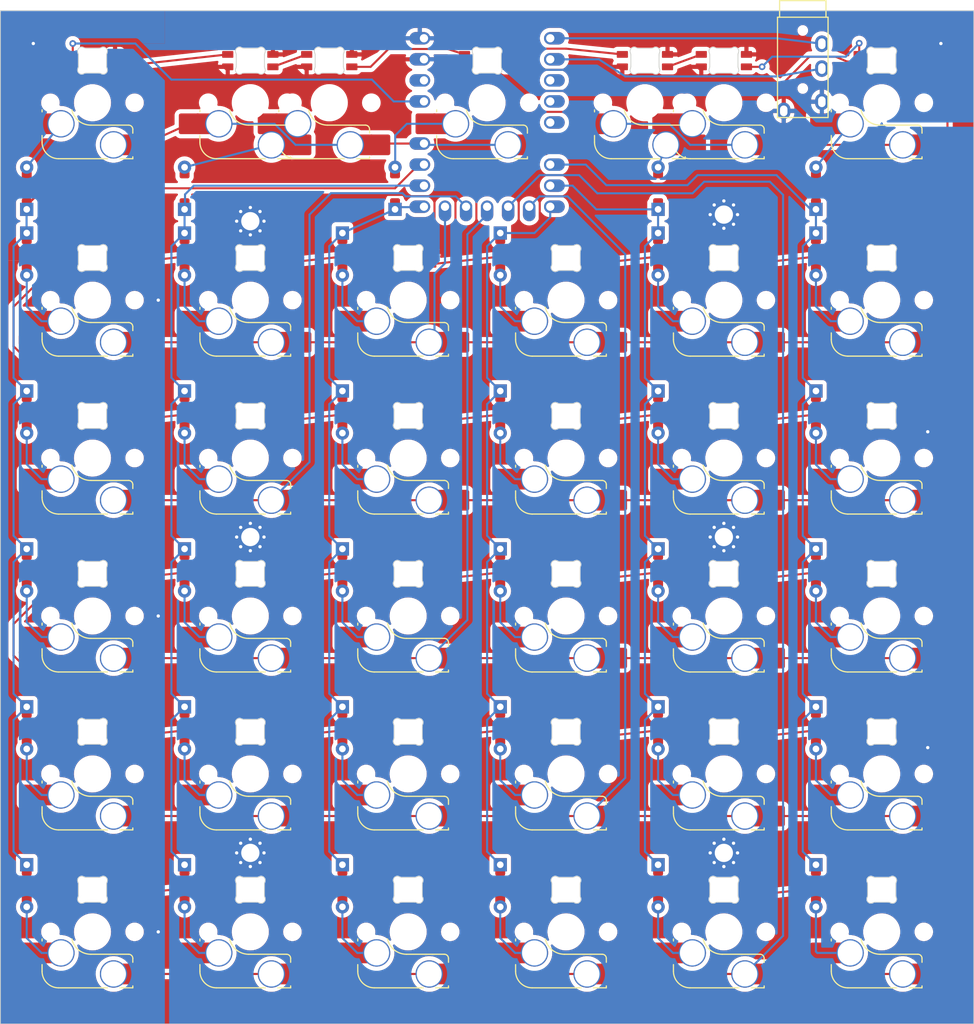
<source format=kicad_pcb>
(kicad_pcb (version 20221018) (generator pcbnew)
  (layers (0 "F.Cu" signal) (31 "B.Cu" signal) (34 "B.Paste" user) (35 "F.Paste" user) (36 "B.SilkS" user "B.Silkscreen") (37 "F.SilkS" user "F.Silkscreen") (38 "B.Mask" user) (39 "F.Mask" user) (44 "Edge.Cuts" user))
  (net 0 "")
  (net 1 "col1")
  (net 2 "col2")
  (net 3 "col3")
  (net 4 "col4")
  (net 5 "col5")
  (net 6 "col6")
  (net 7 "row1")
  (net 8 "row2")
  (net 9 "row3")
  (net 10 "row4")
  (net 11 "row5")
  (net 12 "row6")
  (net 13 "+5V")
  (net 14 "LEDIN")
  (net 15 "Net-(D11-A)")
  (net 16 "Net-(D16-A)")
  (net 17 "Net-(D21-A)")
  (net 18 "Net-(D22-A)")
  (net 19 "Net-(D23-A)")
  (net 20 "Net-(D24-A)")
  (net 21 "Net-(D25-A)")
  (net 22 "Net-(D26-A)")
  (net 23 "Net-(D31-A)")
  (net 24 "Net-(D32-A)")
  (net 25 "Net-(D33-A)")
  (net 26 "Net-(D34-A)")
  (net 27 "Net-(D35-A)")
  (net 28 "Net-(D36-A)")
  (net 29 "Net-(D41-A)")
  (net 30 "Net-(D42-A)")
  (net 31 "Net-(D43-A)")
  (net 32 "Net-(D44-A)")
  (net 33 "Net-(D45-A)")
  (net 34 "Net-(D46-A)")
  (net 35 "Net-(D51-A)")
  (net 36 "Net-(D52-A)")
  (net 37 "Net-(D53-A)")
  (net 38 "Net-(D54-A)")
  (net 39 "Net-(D55-A)")
  (net 40 "Net-(D56-A)")
  (net 41 "Net-(D61-A)")
  (net 42 "Net-(D62-A)")
  (net 43 "Net-(D63-A)")
  (net 44 "Net-(D64-A)")
  (net 45 "Net-(D65-A)")
  (net 46 "Net-(D66-A)")
  (net 47 "Net-(D15-A)")
  (net 48 "Net-(LED11-DOUT)")
  (net 49 "Net-(LED12-DOUT)")
  (net 50 "Net-(LED13-DOUT)")
  (net 51 "Net-(LED15-DOUT)")
  (net 52 "Net-(LED16-DOUT)")
  (net 53 "Net-(LED21-DOUT)")
  (net 54 "Net-(LED21-DIN)")
  (net 55 "Net-(LED22-DIN)")
  (net 56 "Net-(LED23-DIN)")
  (net 57 "Net-(LED24-DIN)")
  (net 58 "Net-(LED25-DIN)")
  (net 59 "Net-(LED31-DOUT)")
  (net 60 "Net-(LED32-DOUT)")
  (net 61 "Net-(LED33-DOUT)")
  (net 62 "Net-(LED34-DOUT)")
  (net 63 "Net-(LED35-DOUT)")
  (net 64 "Net-(LED36-DOUT)")
  (net 65 "Net-(LED41-DOUT)")
  (net 66 "Net-(LED41-DIN)")
  (net 67 "Net-(LED42-DIN)")
  (net 68 "Net-(LED43-DIN)")
  (net 69 "Net-(LED44-DIN)")
  (net 70 "Net-(LED45-DIN)")
  (net 71 "Net-(LED51-DOUT)")
  (net 72 "Net-(LED52-DOUT)")
  (net 73 "Net-(LED53-DOUT)")
  (net 74 "Net-(LED54-DOUT)")
  (net 75 "Net-(LED55-DOUT)")
  (net 76 "Net-(LED56-DOUT)")
  (net 78 "Net-(LED61-DIN)")
  (net 79 "Net-(LED62-DIN)")
  (net 80 "Net-(LED63-DIN)")
  (net 81 "Net-(LED64-DIN)")
  (net 82 "Net-(LED65-DIN)")
  (net 83 "SDA")
  (net 84 "SCL")
  (net 87 "Net-(D13-A)")
  (net 88 "GND")
  (net 89 "Net-(D12-A)")
  (net 90 "Net-(LED120-DOUT)")
  (net 91 "Net-(LED150-DOUT)")
  (footprint "PCM_marbastlib-mx:LED_MX_6028R" (layer "F.Cu") (at 60.325 152.0825 180)
    (fp_text reference "LED62" hide)
    (fp_text value "MX_SK6812MINI-E" hide)
    (fp_line (start -1.699999 -0.702843) (end -1.699999 0.702841) (stroke (width 0.1)) (layer "Edge.Cuts"))
    (fp_line (start -0.794452 1.499999) (end 0.794452 1.499999) (stroke (width 0.1)) (layer "Edge.Cuts"))
    (fp_line (start 0.794452 -1.5) (end -0.794453 -1.5) (stroke (width 0.1)) (layer "Edge.Cuts"))
    (fp_line (start 1.699999 0.702841) (end 1.699999 -0.702843) (stroke (width 0.1)) (layer "Edge.Cuts"))
    (fp_arc (start -1.749484 -0.919721) (mid -1.712527 -0.814069) (end -1.699999 -0.702844) (stroke (width 0.1)) (layer "Edge.Cuts"))
    (fp_arc (start -1.749484 -0.919721) (mid -1.638071 -1.504035) (end -1.046711 -1.568299) (stroke (width 0.1)) (layer "Edge.Cuts"))
    (fp_arc (start -1.699999 0.702841) (mid -1.712527 0.814067) (end -1.749484 0.919719) (stroke (width 0.1)) (layer "Edge.Cuts"))
    (fp_arc (start -1.046711 1.568298) (mid -1.638072 1.504034) (end -1.749484 0.919718) (stroke (width 0.1)) (layer "Edge.Cuts"))
    (fp_arc (start -1.046711 1.568298) (mid -0.925123 1.517376) (end -0.794452 1.499999) (stroke (width 0.1)) (layer "Edge.Cuts"))
    (fp_arc (start -0.794453 -1.5) (mid -0.925123 -1.517377) (end -1.046711 -1.568299) (stroke (width 0.1)) (layer "Edge.Cuts"))
    (fp_arc (start 0.794452 1.499999) (mid 0.925122 1.517376) (end 1.04671 1.568298) (stroke (width 0.1)) (layer "Edge.Cuts"))
    (fp_arc (start 1.046711 -1.5683) (mid 0.925123 -1.517378) (end 0.794453 -1.500001) (stroke (width 0.1)) (layer "Edge.Cuts"))
    (fp_arc (start 1.046711 -1.5683) (mid 1.638072 -1.504036) (end 1.749484 -0.919721) (stroke (width 0.1)) (layer "Edge.Cuts"))
    (fp_arc (start 1.699999 -0.702843) (mid 1.712527 -0.814069) (end 1.749484 -0.919721) (stroke (width 0.1)) (layer "Edge.Cuts"))
    (fp_arc (start 1.749484 0.919719) (mid 1.63807 1.504033) (end 1.046711 1.568296) (stroke (width 0.1)) (layer "Edge.Cuts"))
    (fp_arc (start 1.749484 0.919719) (mid 1.712517 0.81407) (end 1.699999 0.702842) (stroke (width 0.1)) (layer "Edge.Cuts"))
  )
  (footprint "PCM_marbastlib-mx:SW_MX_HS_1u" (layer "F.Cu") (at 79.375 80.9625 180)
    (fp_text reference "MX23" hide)
    (fp_text value "MX_SW_HS" hide)
  )
  (footprint "customBuckwich:Hybrid Diode" (layer "F.Cu") (at 109.5375 94.45625 -90)
    (fp_text reference "D35" hide)
    (fp_text value "D" hide)
  )
  (footprint "customBuckwich:Hybrid Diode" (layer "F.Cu") (at 71.4375 75.40625 -90)
    (fp_text reference "D23" hide)
    (fp_text value "D" hide)
  )
  (footprint "PCM_marbastlib-mx:LED_MX_6028R-ROT" (layer "F.Cu") (at 107.95 52.07 180)
    (fp_text reference "LED15" hide)
    (fp_text value "MX_SK6812MINI-E" hide)
    (fp_line (start -1.699999 -0.702841) (end -1.699999 0.702843) (stroke (width 0.1)) (layer "Edge.Cuts"))
    (fp_line (start -0.794452 1.5) (end 0.794453 1.5) (stroke (width 0.1)) (layer "Edge.Cuts"))
    (fp_line (start 0.794452 -1.499999) (end -0.794452 -1.499999) (stroke (width 0.1)) (layer "Edge.Cuts"))
    (fp_line (start 1.699999 0.702843) (end 1.699999 -0.702841) (stroke (width 0.1)) (layer "Edge.Cuts"))
    (fp_arc (start -1.749484 -0.919719) (mid -1.712527 -0.814067) (end -1.699999 -0.702842) (stroke (width 0.1)) (layer "Edge.Cuts"))
    (fp_arc (start -1.749484 -0.919719) (mid -1.63807 -1.504033) (end -1.046711 -1.568296) (stroke (width 0.1)) (layer "Edge.Cuts"))
    (fp_arc (start -1.699999 0.702843) (mid -1.712527 0.814069) (end -1.749484 0.919721) (stroke (width 0.1)) (layer "Edge.Cuts"))
    (fp_arc (start -1.046711 1.5683) (mid -1.638071 1.504036) (end -1.749484 0.919721) (stroke (width 0.1)) (layer "Edge.Cuts"))
    (fp_arc (start -1.046711 1.5683) (mid -0.925123 1.517378) (end -0.794453 1.500001) (stroke (width 0.1)) (layer "Edge.Cuts"))
    (fp_arc (start -0.794452 -1.499999) (mid -0.925122 -1.517376) (end -1.04671 -1.568298) (stroke (width 0.1)) (layer "Edge.Cuts"))
    (fp_arc (start 0.794453 1.5) (mid 0.925123 1.517377) (end 1.046711 1.568299) (stroke (width 0.1)) (layer "Edge.Cuts"))
    (fp_arc (start 1.046711 -1.568298) (mid 0.925123 -1.517376) (end 0.794452 -1.499999) (stroke (width 0.1)) (layer "Edge.Cuts"))
    (fp_arc (start 1.046711 -1.568298) (mid 1.638071 -1.504035) (end 1.749484 -0.919718) (stroke (width 0.1)) (layer "Edge.Cuts"))
    (fp_arc (start 1.699999 -0.702841) (mid 1.712533 -0.814065) (end 1.749484 -0.919719) (stroke (width 0.1)) (layer "Edge.Cuts"))
    (fp_arc (start 1.749484 0.919721) (mid 1.63807 1.504035) (end 1.046711 1.568299) (stroke (width 0.1)) (layer "Edge.Cuts"))
    (fp_arc (start 1.749484 0.919721) (mid 1.712509 0.814073) (end 1.699999 0.702844) (stroke (width 0.1)) (layer "Edge.Cuts"))
  )
  (footprint "PCM_marbastlib-mx:SW_MX_HS_1u" (layer "F.Cu") (at 79.375 100.0125 180)
    (fp_text reference "MX33" hide)
    (fp_text value "MX_SW_HS" hide)
  )
  (footprint "customBuckwich:Hybrid Diode" (layer "F.Cu") (at 90.4875 113.50625 -90)
    (fp_text reference "D44" hide)
    (fp_text value "D" hide)
  )
  (footprint "customBuckwich:Hybrid Diode" (layer "F.Cu") (at 52.3875 151.60625 -90)
    (fp_text reference "D62" hide)
    (fp_text value "D" hide)
  )
  (footprint "customBuckwich:Hybrid Diode" (layer "F.Cu") (at 71.4375 113.50625 -90)
    (fp_text reference "D43" hide)
    (fp_text value "D" hide)
  )
  (footprint "mcu:rp2040-zero-tht" (layer "F.Cu") (at 88.9 59.53125)
    (fp_text reference "U102" hide)
    (fp_text value "rp2040-zero" hide)
  )
  (footprint "PCM_marbastlib-mx:LED_MX_6028R-ROT" (layer "F.Cu") (at 117.475 94.9325 180)
    (fp_text reference "LED35" hide)
    (fp_text value "MX_SK6812MINI-E" hide)
    (fp_line (start -1.699999 -0.702841) (end -1.699999 0.702843) (stroke (width 0.1)) (layer "Edge.Cuts"))
    (fp_line (start -0.794452 1.5) (end 0.794453 1.5) (stroke (width 0.1)) (layer "Edge.Cuts"))
    (fp_line (start 0.794452 -1.499999) (end -0.794452 -1.499999) (stroke (width 0.1)) (layer "Edge.Cuts"))
    (fp_line (start 1.699999 0.702843) (end 1.699999 -0.702841) (stroke (width 0.1)) (layer "Edge.Cuts"))
    (fp_arc (start -1.749484 -0.919719) (mid -1.712527 -0.814067) (end -1.699999 -0.702842) (stroke (width 0.1)) (layer "Edge.Cuts"))
    (fp_arc (start -1.749484 -0.919719) (mid -1.63807 -1.504033) (end -1.046711 -1.568296) (stroke (width 0.1)) (layer "Edge.Cuts"))
    (fp_arc (start -1.699999 0.702843) (mid -1.712527 0.814069) (end -1.749484 0.919721) (stroke (width 0.1)) (layer "Edge.Cuts"))
    (fp_arc (start -1.046711 1.5683) (mid -1.638071 1.504036) (end -1.749484 0.919721) (stroke (width 0.1)) (layer "Edge.Cuts"))
    (fp_arc (start -1.046711 1.5683) (mid -0.925123 1.517378) (end -0.794453 1.500001) (stroke (width 0.1)) (layer "Edge.Cuts"))
    (fp_arc (start -0.794452 -1.499999) (mid -0.925122 -1.517376) (end -1.04671 -1.568298) (stroke (width 0.1)) (layer "Edge.Cuts"))
    (fp_arc (start 0.794453 1.5) (mid 0.925123 1.517377) (end 1.046711 1.568299) (stroke (width 0.1)) (layer "Edge.Cuts"))
    (fp_arc (start 1.046711 -1.568298) (mid 0.925123 -1.517376) (end 0.794452 -1.499999) (stroke (width 0.1)) (layer "Edge.Cuts"))
    (fp_arc (start 1.046711 -1.568298) (mid 1.638071 -1.504035) (end 1.749484 -0.919718) (stroke (width 0.1)) (layer "Edge.Cuts"))
    (fp_arc (start 1.699999 -0.702841) (mid 1.712533 -0.814065) (end 1.749484 -0.919719) (stroke (width 0.1)) (layer "Edge.Cuts"))
    (fp_arc (start 1.749484 0.919721) (mid 1.63807 1.504035) (end 1.046711 1.568299) (stroke (width 0.1)) (layer "Edge.Cuts"))
    (fp_arc (start 1.749484 0.919721) (mid 1.712509 0.814073) (end 1.699999 0.702844) (stroke (width 0.1)) (layer "Edge.Cuts"))
  )
  (footprint "customBuckwich:Hybrid Diode" (layer "F.Cu") (at 109.5375 113.50625 -90)
    (fp_text reference "D45" hide)
    (fp_text value "D" hide)
  )
  (footprint "PCM_marbastlib-mx:SW_MX_HS_1u" (layer "F.Cu") (at 117.475 57.15 180)
    (fp_text reference "MX150" hide)
    (fp_text value "MX_SW_HS" hide)
  )
  (footprint "customBuckwich:Hybrid Diode" (layer "F.Cu") (at 90.4875 75.40625 -90)
    (fp_text reference "D24" hide)
    (fp_text value "D" hide)
  )
  (footprint "PCM_marbastlib-mx:SW_MX_HS_1u" (layer "F.Cu") (at 41.275 100.0125 180)
    (fp_text reference "MX31" hide)
    (fp_text value "MX_SW_HS" hide)
  )
  (footprint "PCM_marbastlib-mx:SW_MX_HS_1u" (layer "F.Cu") (at 98.425 80.9625 180)
    (fp_text reference "MX24" hide)
    (fp_text value "MX_SW_HS" hide)
  )
  (footprint "customBuckwich:Hybrid Diode" (layer "F.Cu") (at 128.5875 94.45625 -90)
    (fp_text reference "D36" hide)
    (fp_text value "D" hide)
  )
  (footprint "PCM_marbastlib-mx:SW_MX_HS_1u" (layer "F.Cu") (at 69.85 57.15 180)
    (fp_text reference "MX120" hide)
    (fp_text value "MX_SW_HS" hide)
  )
  (footprint "customBuckwich:Hybrid Diode" (layer "F.Cu") (at 33.3375 67.46875 90)
    (fp_text reference "D11" hide)
    (fp_text value "D" hide)
  )
  (footprint "PCM_marbastlib-mx:SW_MX_HS_1u" (layer "F.Cu") (at 60.325 157.1625 180)
    (fp_text reference "MX62" hide)
    (fp_text value "MX_SW_HS" hide)
  )
  (footprint "customBuckwich:Hybrid Diode" (layer "F.Cu") (at 52.3875 94.45625 -90)
    (fp_text reference "D32" hide)
    (fp_text value "D" hide)
  )
  (footprint "customBuckwich:Hybrid Diode" (layer "F.Cu") (at 52.3875 75.40625 -90)
    (fp_text reference "D22" hide)
    (fp_text value "D" hide)
  )
  (footprint "PCM_marbastlib-mx:SW_MX_HS_1u" (layer "F.Cu") (at 98.425 119.0625 180)
    (fp_text reference "MX44" hide)
    (fp_text value "MX_SW_HS" hide)
  )
  (footprint "PCM_marbastlib-mx:LED_MX_6028R" (layer "F.Cu") (at 79.375 75.8825 180)
    (fp_text reference "LED23" hide)
    (fp_text value "MX_SK6812MINI-E" hide)
    (fp_line (start -1.699999 -0.702843) (end -1.699999 0.702841) (stroke (width 0.1)) (layer "Edge.Cuts"))
    (fp_line (start -0.794452 1.499999) (end 0.794452 1.499999) (stroke (width 0.1)) (layer "Edge.Cuts"))
    (fp_line (start 0.794452 -1.5) (end -0.794453 -1.5) (stroke (width 0.1)) (layer "Edge.Cuts"))
    (fp_line (start 1.699999 0.702841) (end 1.699999 -0.702843) (stroke (width 0.1)) (layer "Edge.Cuts"))
    (fp_arc (start -1.749484 -0.919721) (mid -1.712527 -0.814069) (end -1.699999 -0.702844) (stroke (width 0.1)) (layer "Edge.Cuts"))
    (fp_arc (start -1.749484 -0.919721) (mid -1.638071 -1.504035) (end -1.046711 -1.568299) (stroke (width 0.1)) (layer "Edge.Cuts"))
    (fp_arc (start -1.699999 0.702841) (mid -1.712527 0.814067) (end -1.749484 0.919719) (stroke (width 0.1)) (layer "Edge.Cuts"))
    (fp_arc (start -1.046711 1.568298) (mid -1.638072 1.504034) (end -1.749484 0.919718) (stroke (width 0.1)) (layer "Edge.Cuts"))
    (fp_arc (start -1.046711 1.568298) (mid -0.925123 1.517376) (end -0.794452 1.499999) (stroke (width 0.1)) (layer "Edge.Cuts"))
    (fp_arc (start -0.794453 -1.5) (mid -0.925123 -1.517377) (end -1.046711 -1.568299) (stroke (width 0.1)) (layer "Edge.Cuts"))
    (fp_arc (start 0.794452 1.499999) (mid 0.925122 1.517376) (end 1.04671 1.568298) (stroke (width 0.1)) (layer "Edge.Cuts"))
    (fp_arc (start 1.046711 -1.5683) (mid 0.925123 -1.517378) (end 0.794453 -1.500001) (stroke (width 0.1)) (layer "Edge.Cuts"))
    (fp_arc (start 1.046711 -1.5683) (mid 1.638072 -1.504036) (end 1.749484 -0.919721) (stroke (width 0.1)) (layer "Edge.Cuts"))
    (fp_arc (start 1.699999 -0.702843) (mid 1.712527 -0.814069) (end 1.749484 -0.919721) (stroke (width 0.1)) (layer "Edge.Cuts"))
    (fp_arc (start 1.749484 0.919719) (mid 1.63807 1.504033) (end 1.046711 1.568296) (stroke (width 0.1)) (layer "Edge.Cuts"))
    (fp_arc (start 1.749484 0.919719) (mid 1.712517 0.81407) (end 1.699999 0.702842) (stroke (width 0.1)) (layer "Edge.Cuts"))
  )
  (footprint "customBuckwich:Hybrid Diode" (layer "F.Cu") (at 71.4375 132.55625 -90)
    (fp_text reference "D53" hide)
    (fp_text value "D" hide)
  )
  (footprint "PCM_marbastlib-mx:LED_MX_6028R-ROT" (layer "F.Cu") (at 98.425 133.0325 180)
    (fp_text reference "LED54" hide)
    (fp_text value "MX_SK6812MINI-E" hide)
    (fp_line (start -1.699999 -0.702841) (end -1.699999 0.702843) (stroke (width 0.1)) (layer "Edge.Cuts"))
    (fp_line (start -0.794452 1.5) (end 0.794453 1.5) (stroke (width 0.1)) (layer "Edge.Cuts"))
    (fp_line (start 0.794452 -1.499999) (end -0.794452 -1.499999) (stroke (width 0.1)) (layer "Edge.Cuts"))
    (fp_line (start 1.699999 0.702843) (end 1.699999 -0.702841) (stroke (width 0.1)) (layer "Edge.Cuts"))
    (fp_arc (start -1.749484 -0.919719) (mid -1.712527 -0.814067) (end -1.699999 -0.702842) (stroke (width 0.1)) (layer "Edge.Cuts"))
    (fp_arc (start -1.749484 -0.919719) (mid -1.63807 -1.504033) (end -1.046711 -1.568296) (stroke (width 0.1)) (layer "Edge.Cuts"))
    (fp_arc (start -1.699999 0.702843) (mid -1.712527 0.814069) (end -1.749484 0.919721) (stroke (width 0.1)) (layer "Edge.Cuts"))
    (fp_arc (start -1.046711 1.5683) (mid -1.638071 1.504036) (end -1.749484 0.919721) (stroke (width 0.1)) (layer "Edge.Cuts"))
    (fp_arc (start -1.046711 1.5683) (mid -0.925123 1.517378) (end -0.794453 1.500001) (stroke (width 0.1)) (layer "Edge.Cuts"))
    (fp_arc (start -0.794452 -1.499999) (mid -0.925122 -1.517376) (end -1.04671 -1.568298) (stroke (width 0.1)) (layer "Edge.Cuts"))
    (fp_arc (start 0.794453 1.5) (mid 0.925123 1.517377) (end 1.046711 1.568299) (stroke (width 0.1)) (layer "Edge.Cuts"))
    (fp_arc (start 1.046711 -1.568298) (mid 0.925123 -1.517376) (end 0.794452 -1.499999) (stroke (width 0.1)) (layer "Edge.Cuts"))
    (fp_arc (start 1.046711 -1.568298) (mid 1.638071 -1.504035) (end 1.749484 -0.919718) (stroke (width 0.1)) (layer "Edge.Cuts"))
    (fp_arc (start 1.699999 -0.702841) (mid 1.712533 -0.814065) (end 1.749484 -0.919719) (stroke (width 0.1)) (layer "Edge.Cuts"))
    (fp_arc (start 1.749484 0.919721) (mid 1.63807 1.504035) (end 1.046711 1.568299) (stroke (width 0.1)) (layer "Edge.Cuts"))
    (fp_arc (start 1.749484 0.919721) (mid 1.712509 0.814073) (end 1.699999 0.702844) (stroke (width 0.1)) (layer "Edge.Cuts"))
  )
  (footprint "PCM_marbastlib-mx:SW_MX_HS_1u" (layer "F.Cu") (at 60.325 100.0125 180)
    (fp_text reference "MX32" hide)
    (fp_text value "MX_SW_HS" hide)
  )
  (footprint "customBuckwich:Hybrid Diode" (layer "F.Cu") (at 52.3875 132.55625 -90)
    (fp_text reference "D52" hide)
    (fp_text value "D" hide)
  )
  (footprint "customBuckwich:Hybrid Diode" (layer "F.Cu") (at 33.3375 151.60625 -90)
    (fp_text reference "D61" hide)
    (fp_text value "D" hide)
  )
  (footprint "customBuckwich:Hybrid Diode" (layer "F.Cu") (at 128.5875 75.40625 -90)
    (fp_text reference "D26" hide)
    (fp_text value "D" hide)
  )
  (footprint "PCM_marbastlib-mx:LED_MX_6028R-ROT" (layer "F.Cu") (at 136.525 133.0325 180)
    (fp_text reference "LED56" hide)
    (fp_text value "MX_SK6812MINI-E" hide)
    (fp_line (start -1.699999 -0.702841) (end -1.699999 0.702843) (stroke (width 0.1)) (layer "Edge.Cuts"))
    (fp_line (start -0.794452 1.5) (end 0.794453 1.5) (stroke (width 0.1)) (layer "Edge.Cuts"))
    (fp_line (start 0.794452 -1.499999) (end -0.794452 -1.499999) (stroke (width 0.1)) (layer "Edge.Cuts"))
    (fp_line (start 1.699999 0.702843) (end 1.699999 -0.702841) (stroke (width 0.1)) (layer "Edge.Cuts"))
    (fp_arc (start -1.749484 -0.919719) (mid -1.712527 -0.814067) (end -1.699999 -0.702842) (stroke (width 0.1)) (layer "Edge.Cuts"))
    (fp_arc (start -1.749484 -0.919719) (mid -1.63807 -1.504033) (end -1.046711 -1.568296) (stroke (width 0.1)) (layer "Edge.Cuts"))
    (fp_arc (start -1.699999 0.702843) (mid -1.712527 0.814069) (end -1.749484 0.919721) (stroke (width 0.1)) (layer "Edge.Cuts"))
    (fp_arc (start -1.046711 1.5683) (mid -1.638071 1.504036) (end -1.749484 0.919721) (stroke (width 0.1)) (layer "Edge.Cuts"))
    (fp_arc (start -1.046711 1.5683) (mid -0.925123 1.517378) (end -0.794453 1.500001) (stroke (width 0.1)) (layer "Edge.Cuts"))
    (fp_arc (start -0.794452 -1.499999) (mid -0.925122 -1.517376) (end -1.04671 -1.568298) (stroke (width 0.1)) (layer "Edge.Cuts"))
    (fp_arc (start 0.794453 1.5) (mid 0.925123 1.517377) (end 1.046711 1.568299) (stroke (width 0.1)) (layer "Edge.Cuts"))
    (fp_arc (start 1.046711 -1.568298) (mid 0.925123 -1.517376) (end 0.794452 -1.499999) (stroke (width 0.1)) (layer "Edge.Cuts"))
    (fp_arc (start 1.046711 -1.568298) (mid 1.638071 -1.504035) (end 1.749484 -0.919718) (stroke (width 0.1)) (layer "Edge.Cuts"))
    (fp_arc (start 1.699999 -0.702841) (mid 1.712533 -0.814065) (end 1.749484 -0.919719) (stroke (width 0.1)) (layer "Edge.Cuts"))
    (fp_arc (start 1.749484 0.919721) (mid 1.63807 1.504035) (end 1.046711 1.568299) (stroke (width 0.1)) (layer "Edge.Cuts"))
    (fp_arc (start 1.749484 0.919721) (mid 1.712509 0.814073) (end 1.699999 0.702844) (stroke (width 0.1)) (layer "Edge.Cuts"))
  )
  (footprint "PCM_marbastlib-mx:LED_MX_6028R" (layer "F.Cu") (at 136.525 152.0825 180)
    (fp_text reference "LED66" hide)
    (fp_text value "MX_SK6812MINI-E" hide)
    (fp_line (start -1.699999 -0.702843) (end -1.699999 0.702841) (stroke (width 0.1)) (layer "Edge.Cuts"))
    (fp_line (start -0.794452 1.499999) (end 0.794452 1.499999) (stroke (width 0.1)) (layer "Edge.Cuts"))
    (fp_line (start 0.794452 -1.5) (end -0.794453 -1.5) (stroke (width 0.1)) (layer "Edge.Cuts"))
    (fp_line (start 1.699999 0.702841) (end 1.699999 -0.702843) (stroke (width 0.1)) (layer "Edge.Cuts"))
    (fp_arc (start -1.749484 -0.919721) (mid -1.712527 -0.814069) (end -1.699999 -0.702844) (stroke (width 0.1)) (layer "Edge.Cuts"))
    (fp_arc (start -1.749484 -0.919721) (mid -1.638071 -1.504035) (end -1.046711 -1.568299) (stroke (width 0.1)) (layer "Edge.Cuts"))
    (fp_arc (start -1.699999 0.702841) (mid -1.712527 0.814067) (end -1.749484 0.919719) (stroke (width 0.1)) (layer "Edge.Cuts"))
    (fp_arc (start -1.046711 1.568298) (mid -1.638072 1.504034) (end -1.749484 0.919718) (stroke (width 0.1)) (layer "Edge.Cuts"))
    (fp_arc (start -1.046711 1.568298) (mid -0.925123 1.517376) (end -0.794452 1.499999) (stroke (width 0.1)) (layer "Edge.Cuts"))
    (fp_arc (start -0.794453 -1.5) (mid -0.925123 -1.517377) (end -1.046711 -1.568299) (stroke (width 0.1)) (layer "Edge.Cuts"))
    (fp_arc (start 0.794452 1.499999) (mid 0.925122 1.517376) (end 1.04671 1.568298) (stroke (width 0.1)) (layer "Edge.Cuts"))
    (fp_arc (start 1.046711 -1.5683) (mid 0.925123 -1.517378) (end 0.794453 -1.500001) (stroke (width 0.1)) (layer "Edge.Cuts"))
    (fp_arc (start 1.046711 -1.5683) (mid 1.638072 -1.504036) (end 1.749484 -0.919721) (stroke (width 0.1)) (layer "Edge.Cuts"))
    (fp_arc (start 1.699999 -0.702843) (mid 1.712527 -0.814069) (end 1.749484 -0.919721) (stroke (width 0.1)) (layer "Edge.Cuts"))
    (fp_arc (start 1.749484 0.919719) (mid 1.63807 1.504033) (end 1.046711 1.568296) (stroke (width 0.1)) (layer "Edge.Cuts"))
    (fp_arc (start 1.749484 0.919719) (mid 1.712517 0.81407) (end 1.699999 0.702842) (stroke (width 0.1)) (layer "Edge.Cuts"))
  )
  (footprint "PCM_marbastlib-mx:LED_MX_6028R" (layer "F.Cu") (at 98.425 152.0825 180)
    (fp_text reference "LED64" hide)
    (fp_text value "MX_SK6812MINI-E" hide)
    (fp_line (start -1.699999 -0.702843) (end -1.699999 0.702841) (stroke (width 0.1)) (layer "Edge.Cuts"))
    (fp_line (start -0.794452 1.499999) (end 0.794452 1.499999) (stroke (width 0.1)) (layer "Edge.Cuts"))
    (fp_line (start 0.794452 -1.5) (end -0.794453 -1.5) (stroke (width 0.1)) (layer "Edge.Cuts"))
    (fp_line (start 1.699999 0.702841) (end 1.699999 -0.702843) (stroke (width 0.1)) (layer "Edge.Cuts"))
    (fp_arc (start -1.749484 -0.919721) (mid -1.712527 -0.814069) (end -1.699999 -0.702844) (stroke (width 0.1)) (layer "Edge.Cuts"))
    (fp_arc (start -1.749484 -0.919721) (mid -1.638071 -1.504035) (end -1.046711 -1.568299) (stroke (width 0.1)) (layer "Edge.Cuts"))
    (fp_arc (start -1.699999 0.702841) (mid -1.712527 0.814067) (end -1.749484 0.919719) (stroke (width 0.1)) (layer "Edge.Cuts"))
    (fp_arc (start -1.046711 1.568298) (mid -1.638072 1.504034) (end -1.749484 0.919718) (stroke (width 0.1)) (layer "Edge.Cuts"))
    (fp_arc (start -1.046711 1.568298) (mid -0.925123 1.517376) (end -0.794452 1.499999) (stroke (width 0.1)) (layer "Edge.Cuts"))
    (fp_arc (start -0.794453 -1.5) (mid -0.925123 -1.517377) (end -1.046711 -1.568299) (stroke (width 0.1)) (layer "Edge.Cuts"))
    (fp_arc (start 0.794452 1.499999) (mid 0.925122 1.517376) (end 1.04671 1.568298) (stroke (width 0.1)) (layer "Edge.Cuts"))
    (fp_arc (start 1.046711 -1.5683) (mid 0.925123 -1.517378) (end 0.794453 -1.500001) (stroke (width 0.1)) (layer "Edge.Cuts"))
    (fp_arc (start 1.046711 -1.5683) (mid 1.638072 -1.504036) (end 1.749484 -0.919721) (stroke (width 0.1)) (layer "Edge.Cuts"))
    (fp_arc (start 1.699999 -0.702843) (mid 1.712527 -0.814069) (end 1.749484 -0.919721) (stroke (width 0.1)) (layer "Edge.Cuts"))
    (fp_arc (start 1.749484 0.919719) (mid 1.63807 1.504033) (end 1.046711 1.568296) (stroke (width 0.1)) (layer "Edge.Cuts"))
    (fp_arc (start 1.749484 0.919719) (mid 1.712517 0.81407) (end 1.699999 0.702842) (stroke (width 0.1)) (layer "Edge.Cuts"))
  )
  (footprint "PCM_marbastlib-mx:LED_MX_6028R" (layer "F.Cu") (at 136.525 75.8825 180)
    (fp_text reference "LED26" hide)
    (fp_text value "MX_SK6812MINI-E" hide)
    (fp_line (start -1.699999 -0.702843) (end -1.699999 0.702841) (stroke (width 0.1)) (layer "Edge.Cuts"))
    (fp_line (start -0.794452 1.499999) (end 0.794452 1.499999) (stroke (width 0.1)) (layer "Edge.Cuts"))
    (fp_line (start 0.794452 -1.5) (end -0.794453 -1.5) (stroke (width 0.1)) (layer "Edge.Cuts"))
    (fp_line (start 1.699999 0.702841) (end 1.699999 -0.702843) (stroke (width 0.1)) (layer "Edge.Cuts"))
    (fp_arc (start -1.749484 -0.919721) (mid -1.712527 -0.814069) (end -1.699999 -0.702844) (stroke (width 0.1)) (layer "Edge.Cuts"))
    (fp_arc (start -1.749484 -0.919721) (mid -1.638071 -1.504035) (end -1.046711 -1.568299) (stroke (width 0.1)) (layer "Edge.Cuts"))
    (fp_arc (start -1.699999 0.702841) (mid -1.712527 0.814067) (end -1.749484 0.919719) (stroke (width 0.1)) (layer "Edge.Cuts"))
    (fp_arc (start -1.046711 1.568298) (mid -1.638072 1.504034) (end -1.749484 0.919718) (stroke (width 0.1)) (layer "Edge.Cuts"))
    (fp_arc (start -1.046711 1.568298) (mid -0.925123 1.517376) (end -0.794452 1.499999) (stroke (width 0.1)) (layer "Edge.Cuts"))
    (fp_arc (start -0.794453 -1.5) (mid -0.925123 -1.517377) (end -1.046711 -1.568299) (stroke (width 0.1)) (layer "Edge.Cuts"))
    (fp_arc (start 0.794452 1.499999) (mid 0.925122 1.517376) (end 1.04671 1.568298) (stroke (width 0.1)) (layer "Edge.Cuts"))
    (fp_arc (start 1.046711 -1.5683) (mid 0.925123 -1.517378) (end 0.794453 -1.500001) (stroke (width 0.1)) (layer "Edge.Cuts"))
    (fp_arc (start 1.046711 -1.5683) (mid 1.638072 -1.504036) (end 1.749484 -0.919721) (stroke (width 0.1)) (layer "Edge.Cuts"))
    (fp_arc (start 1.699999 -0.702843) (mid 1.712527 -0.814069) (end 1.749484 -0.919721) (stroke (width 0.1)) (layer "Edge.Cuts"))
    (fp_arc (start 1.749484 0.919719) (mid 1.63807 1.504033) (end 1.046711 1.568296) (stroke (width 0.1)) (layer "Edge.Cuts"))
    (fp_arc (start 1.749484 0.919719) (mid 1.712517 0.81407) (end 1.699999 0.702842) (stroke (width 0.1)) (layer "Edge.Cuts"))
  )
  (footprint "PCM_marbastlib-mx:LED_MX_6028R" (layer "F.Cu") (at 79.375 152.0825 180)
    (fp_text reference "LED63" hide)
    (fp_text value "MX_SK6812MINI-E" hide)
    (fp_line (start -1.699999 -0.702843) (end -1.699999 0.702841) (stroke (width 0.1)) (layer "Edge.Cuts"))
    (fp_line (start -0.794452 1.499999) (end 0.794452 1.499999) (stroke (width 0.1)) (layer "Edge.Cuts"))
    (fp_line (start 0.794452 -1.5) (end -0.794453 -1.5) (stroke (width 0.1)) (layer "Edge.Cuts"))
    (fp_line (start 1.699999 0.702841) (end 1.699999 -0.702843) (stroke (width 0.1)) (layer "Edge.Cuts"))
    (fp_arc (start -1.749484 -0.919721) (mid -1.712527 -0.814069) (end -1.699999 -0.702844) (stroke (width 0.1)) (layer "Edge.Cuts"))
    (fp_arc (start -1.749484 -0.919721) (mid -1.638071 -1.504035) (end -1.046711 -1.568299) (stroke (width 0.1)) (layer "Edge.Cuts"))
    (fp_arc (start -1.699999 0.702841) (mid -1.712527 0.814067) (end -1.749484 0.919719) (stroke (width 0.1)) (layer "Edge.Cuts"))
    (fp_arc (start -1.046711 1.568298) (mid -1.638072 1.504034) (end -1.749484 0.919718) (stroke (width 0.1)) (layer "Edge.Cuts"))
    (fp_arc (start -1.046711 1.568298) (mid -0.925123 1.517376) (end -0.794452 1.499999) (stroke (width 0.1)) (layer "Edge.Cuts"))
    (fp_arc (start -0.794453 -1.5) (mid -0.925123 -1.517377) (end -1.046711 -1.568299) (stroke (width 0.1)) (layer "Edge.Cuts"))
    (fp_arc (start 0.794452 1.499999) (mid 0.925122 1.517376) (end 1.04671 1.568298) (stroke (width 0.1)) (layer "Edge.Cuts"))
    (fp_arc (start 1.046711 -1.5683) (mid 0.925123 -1.517378) (end 0.794453 -1.500001) (stroke (width 0.1)) (layer "Edge.Cuts"))
    (fp_arc (start 1.046711 -1.5683) (mid 1.638072 -1.504036) (end 1.749484 -0.919721) (stroke (width 0.1)) (layer "Edge.Cuts"))
    (fp_arc (start 1.699999 -0.702843) (mid 1.712527 -0.814069) (end 1.749484 -0.919721) (stroke (width 0.1)) (layer "Edge.Cuts"))
    (fp_arc (start 1.749484 0.919719) (mid 1.63807 1.504033) (end 1.046711 1.568296) (stroke (width 0.1)) (layer "Edge.Cuts"))
    (fp_arc (start 1.749484 0.919719) (mid 1.712517 0.81407) (end 1.699999 0.702842) (stroke (width 0.1)) (layer "Edge.Cuts"))
  )
  (footprint "customBuckwich:Hybrid Diode" (layer "F.Cu") (at 109.5375 75.40625 -90)
    (fp_text reference "D25" hide)
    (fp_text value "D" hide)
  )
  (footprint "PCM_marbastlib-mx:LED_MX_6028R-ROT" (layer "F.Cu") (at 69.85 52.07 180)
    (fp_text reference "LED120" hide)
    (fp_text value "MX_SK6812MINI-E" hide)
    (fp_line (start -1.699999 -0.702841) (end -1.699999 0.702843) (stroke (width 0.1)) (layer "Edge.Cuts"))
    (fp_line (start -0.794452 1.5) (end 0.794453 1.5) (stroke (width 0.1)) (layer "Edge.Cuts"))
    (fp_line (start 0.794452 -1.499999) (end -0.794452 -1.499999) (stroke (width 0.1)) (layer "Edge.Cuts"))
    (fp_line (start 1.699999 0.702843) (end 1.699999 -0.702841) (stroke (width 0.1)) (layer "Edge.Cuts"))
    (fp_arc (start -1.749484 -0.919719) (mid -1.712527 -0.814067) (end -1.699999 -0.702842) (stroke (width 0.1)) (layer "Edge.Cuts"))
    (fp_arc (start -1.749484 -0.919719) (mid -1.63807 -1.504033) (end -1.046711 -1.568296) (stroke (width 0.1)) (layer "Edge.Cuts"))
    (fp_arc (start -1.699999 0.702843) (mid -1.712527 0.814069) (end -1.749484 0.919721) (stroke (width 0.1)) (layer "Edge.Cuts"))
    (fp_arc (start -1.046711 1.5683) (mid -1.638071 1.504036) (end -1.749484 0.919721) (stroke (width 0.1)) (layer "Edge.Cuts"))
    (fp_arc (start -1.046711 1.5683) (mid -0.925123 1.517378) (end -0.794453 1.500001) (stroke (width 0.1)) (layer "Edge.Cuts"))
    (fp_arc (start -0.794452 -1.499999) (mid -0.925122 -1.517376) (end -1.04671 -1.568298) (stroke (width 0.1)) (layer "Edge.Cuts"))
    (fp_arc (start 0.794453 1.5) (mid 0.925123 1.517377) (end 1.046711 1.568299) (stroke (width 0.1)) (layer "Edge.Cuts"))
    (fp_arc (start 1.046711 -1.568298) (mid 0.925123 -1.517376) (end 0.794452 -1.499999) (stroke (width 0.1)) (layer "Edge.Cuts"))
    (fp_arc (start 1.046711 -1.568298) (mid 1.638071 -1.504035) (end 1.749484 -0.919718) (stroke (width 0.1)) (layer "Edge.Cuts"))
    (fp_arc (start 1.699999 -0.702841) (mid 1.712533 -0.814065) (end 1.749484 -0.919719) (stroke (width 0.1)) (layer "Edge.Cuts"))
    (fp_arc (start 1.749484 0.919721) (mid 1.63807 1.504035) (end 1.046711 1.568299) (stroke (width 0.1)) (layer "Edge.Cuts"))
    (fp_arc (start 1.749484 0.919721) (mid 1.712509 0.814073) (end 1.699999 0.702844) (stroke (width 0.1)) (layer "Edge.Cuts"))
  )
  (footprint "customBuckwich:Hybrid Diode" (layer "F.Cu") (at 109.5375 132.55625 -90)
    (fp_text reference "D55" hide)
    (fp_text value "D" hide)
  )
  (footprint "PCM_marbastlib-mx:SW_MX_HS_1u" (layer "F.Cu") (at 136.525 80.9625 180)
    (fp_text reference "MX26" hide)
    (fp_text value "MX_SW_HS" hide)
  )
  (footprint "PCM_marbastlib-mx:SW_MX_HS_1u" (layer "F.Cu") (at 41.275 138.1125 180)
    (fp_text reference "MX51" hide)
    (fp_text value "MX_SW_HS" hide)
  )
  (footprint "customBuckwich:Hybrid Diode" (layer "F.Cu") (at 109.5375 67.46875 90)
    (fp_text reference "D15" hide)
    (fp_text value "D" hide)
  )
  (footprint "PCM_marbastlib-mx:LED_MX_6028R-ROT" (layer "F.Cu") (at 136.525 52.07 180)
    (fp_text reference "LED16" hide)
    (fp_text value "MX_SK6812MINI-E" hide)
    (fp_line (start -1.699999 -0.702841) (end -1.699999 0.702843) (stroke (width 0.1)) (layer "Edge.Cuts"))
    (fp_line (start -0.794452 1.5) (end 0.794453 1.5) (stroke (width 0.1)) (layer "Edge.Cuts"))
    (fp_line (start 0.794452 -1.499999) (end -0.794452 -1.499999) (stroke (width 0.1)) (layer "Edge.Cuts"))
    (fp_line (start 1.699999 0.702843) (end 1.699999 -0.702841) (stroke (width 0.1)) (layer "Edge.Cuts"))
    (fp_arc (start -1.749484 -0.919719) (mid -1.712527 -0.814067) (end -1.699999 -0.702842) (stroke (width 0.1)) (layer "Edge.Cuts"))
    (fp_arc (start -1.749484 -0.919719) (mid -1.63807 -1.504033) (end -1.046711 -1.568296) (stroke (width 0.1)) (layer "Edge.Cuts"))
    (fp_arc (start -1.699999 0.702843) (mid -1.712527 0.814069) (end -1.749484 0.919721) (stroke (width 0.1)) (layer "Edge.Cuts"))
    (fp_arc (start -1.046711 1.5683) (mid -1.638071 1.504036) (end -1.749484 0.919721) (stroke (width 0.1)) (layer "Edge.Cuts"))
    (fp_arc (start -1.046711 1.5683) (mid -0.925123 1.517378) (end -0.794453 1.500001) (stroke (width 0.1)) (layer "Edge.Cuts"))
    (fp_arc (start -0.794452 -1.499999) (mid -0.925122 -1.517376) (end -1.04671 -1.568298) (stroke (width 0.1)) (layer "Edge.Cuts"))
    (fp_arc (start 0.794453 1.5) (mid 0.925123 1.517377) (end 1.046711 1.568299) (stroke (width 0.1)) (layer "Edge.Cuts"))
    (fp_arc (start 1.046711 -1.568298) (mid 0.925123 -1.517376) (end 0.794452 -1.499999) (stroke (width 0.1)) (layer "Edge.Cuts"))
    (fp_arc (start 1.046711 -1.568298) (mid 1.638071 -1.504035) (end 1.749484 -0.919718) (stroke (width 0.1)) (layer "Edge.Cuts"))
    (fp_arc (start 1.699999 -0.702841) (mid 1.712533 -0.814065) (end 1.749484 -0.919719) (stroke (width 0.1)) (layer "Edge.Cuts"))
    (fp_arc (start 1.749484 0.919721) (mid 1.63807 1.504035) (end 1.046711 1.568299) (stroke (width 0.1)) (layer "Edge.Cuts"))
    (fp_arc (start 1.749484 0.919721) (mid 1.712509 0.814073) (end 1.699999 0.702844) (stroke (width 0.1)) (layer "Edge.Cuts"))
  )
  (footprint "PCM_marbastlib-mx:LED_MX_6028R" (layer "F.Cu") (at 98.425 113.9825 180)
    (fp_text reference "LED44" hide)
    (fp_text value "MX_SK6812MINI-E" hide)
    (fp_line (start -1.699999 -0.702843) (end -1.699999 0.702841) (stroke (width 0.1)) (layer "Edge.Cuts"))
    (fp_line (start -0.794452 1.499999) (end 0.794452 1.499999) (stroke (width 0.1)) (layer "Edge.Cuts"))
    (fp_line (start 0.794452 -1.5) (end -0.794453 -1.5) (stroke (width 0.1)) (layer "Edge.Cuts"))
    (fp_line (start 1.699999 0.702841) (end 1.699999 -0.702843) (stroke (width 0.1)) (layer "Edge.Cuts"))
    (fp_arc (start -1.749484 -0.919721) (mid -1.712527 -0.814069) (end -1.699999 -0.702844) (stroke (width 0.1)) (layer "Edge.Cuts"))
    (fp_arc (start -1.749484 -0.919721) (mid -1.638071 -1.504035) (end -1.046711 -1.568299) (stroke (width 0.1)) (layer "Edge.Cuts"))
    (fp_arc (start -1.699999 0.702841) (mid -1.712527 0.814067) (end -1.749484 0.919719) (stroke (width 0.1)) (layer "Edge.Cuts"))
    (fp_arc (start -1.046711 1.568298) (mid -1.638072 1.504034) (end -1.749484 0.919718) (stroke (width 0.1)) (layer "Edge.Cuts"))
    (fp_arc (start -1.046711 1.568298) (mid -0.925123 1.517376) (end -0.794452 1.499999) (stroke (width 0.1)) (layer "Edge.Cuts"))
    (fp_arc (start -0.794453 -1.5) (mid -0.925123 -1.517377) (end -1.046711 -1.568299) (stroke (width 0.1)) (layer "Edge.Cuts"))
    (fp_arc (start 0.794452 1.499999) (mid 0.925122 1.517376) (end 1.04671 1.568298) (stroke (width 0.1)) (layer "Edge.Cuts"))
    (fp_arc (start 1.046711 -1.5683) (mid 0.925123 -1.517378) (end 0.794453 -1.500001) (stroke (width 0.1)) (layer "Edge.Cuts"))
    (fp_arc (start 1.046711 -1.5683) (mid 1.638072 -1.504036) (end 1.749484 -0.919721) (stroke (width 0.1)) (layer "Edge.Cuts"))
    (fp_arc (start 1.699999 -0.702843) (mid 1.712527 -0.814069) (end 1.749484 -0.919721) (stroke (width 0.1)) (layer "Edge.Cuts"))
    (fp_arc (start 1.749484 0.919719) (mid 1.63807 1.504033) (end 1.046711 1.568296) (stroke (width 0.1)) (layer "Edge.Cuts"))
    (fp_arc (start 1.749484 0.919719) (mid 1.712517 0.81407) (end 1.699999 0.702842) (stroke (width 0.1)) (layer "Edge.Cuts"))
  )
  (footprint "PCM_marbastlib-mx:SW_MX_HS_1u" (layer "F.Cu") (at 98.425 138.1125 180)
    (fp_text reference "MX54" hide)
    (fp_text value "MX_SW_HS" hide)
  )
  (footprint "PCM_marbastlib-mx:LED_MX_6028R-ROT" (layer "F.Cu") (at 98.425 94.9325 180)
    (fp_text reference "LED34" hide)
    (fp_text value "MX_SK6812MINI-E" hide)
    (fp_line (start -1.699999 -0.702841) (end -1.699999 0.702843) (stroke (width 0.1)) (layer "Edge.Cuts"))
    (fp_line (start -0.794452 1.5) (end 0.794453 1.5) (stroke (width 0.1)) (layer "Edge.Cuts"))
    (fp_line (start 0.794452 -1.499999) (end -0.794452 -1.499999) (stroke (width 0.1)) (layer "Edge.Cuts"))
    (fp_line (start 1.699999 0.702843) (end 1.699999 -0.702841) (stroke (width 0.1)) (layer "Edge.Cuts"))
    (fp_arc (start -1.749484 -0.919719) (mid -1.712527 -0.814067) (end -1.699999 -0.702842) (stroke (width 0.1)) (layer "Edge.Cuts"))
    (fp_arc (start -1.749484 -0.919719) (mid -1.63807 -1.504033) (end -1.046711 -1.568296) (stroke (width 0.1)) (layer "Edge.Cuts"))
    (fp_arc (start -1.699999 0.702843) (mid -1.712527 0.814069) (end -1.749484 0.919721) (stroke (width 0.1)) (layer "Edge.Cuts"))
    (fp_arc (start -1.046711 1.5683) (mid -1.638071 1.504036) (end -1.749484 0.919721) (stroke (width 0.1)) (layer "Edge.Cuts"))
    (fp_arc (start -1.046711 1.5683) (mid -0.925123 1.517378) (end -0.794453 1.500001) (stroke (width 0.1)) (layer "Edge.Cuts"))
    (fp_arc (start -0.794452 -1.499999) (mid -0.925122 -1.517376) (end -1.04671 -1.568298) (stroke (width 0.1)) (layer "Edge.Cuts"))
    (fp_arc (start 0.794453 1.5) (mid 0.925123 1.517377) (end 1.046711 1.568299) (stroke (width 0.1)) (layer "Edge.Cuts"))
    (fp_arc (start 1.046711 -1.568298) (mid 0.925123 -1.517376) (end 0.794452 -1.499999) (stroke (width 0.1)) (layer "Edge.Cuts"))
    (fp_arc (start 1.046711 -1.568298) (mid 1.638071 -1.504035) (end 1.749484 -0.919718) (stroke (width 0.1)) (layer "Edge.Cuts"))
    (fp_arc (start 1.699999 -0.702841) (mid 1.712533 -0.814065) (end 1.749484 -0.919719) (stroke (width 0.1)) (layer "Edge.Cuts"))
    (fp_arc (start 1.749484 0.919721) (mid 1.63807 1.504035) (end 1.046711 1.568299) (stroke (width 0.1)) (layer "Edge.Cuts"))
    (fp_arc (start 1.749484 0.919721) (mid 1.712509 0.814073) (end 1.699999 0.702844) (stroke (width 0.1)) (layer "Edge.Cuts"))
  )
  (footprint "PCM_marbastlib-mx:SW_MX_HS_1u" (layer "F.Cu") (at 117.475 100.0125 180)
    (fp_text reference "MX35" hide)
    (fp_text value "MX_SW_HS" hide)
  )
  (footprint "customBuckwich:Hybrid Diode" (layer "F.Cu") (at 90.4875 132.55625 -90)
    (fp_text reference "D54" hide)
    (fp_text value "D" hide)
  )
  (footprint "PCM_marbastlib-mx:SW_MX_HS_1u" (layer "F.Cu") (at 60.325 138.1125 180)
    (fp_text reference "MX52" hide)
    (fp_text value "MX_SW_HS" hide)
  )
  (footprint "PCM_marbastlib-mx:SW_MX_HS_1u" (layer "F.Cu") (at 136.525 138.1125 180)
    (fp_text reference "MX56" hide)
    (fp_text value "MX_SW_HS" hide)
  )
  (footprint "PCM_marbastlib-mx:LED_MX_6028R-ROT" (layer "F.Cu") (at 79.375 133.0325 180)
    (fp_text reference "LED53" hide)
    (fp_text value "MX_SK6812MINI-E" hide)
    (fp_line (start -1.699999 -0.702841) (end -1.699999 0.702843) (stroke (width 0.1)) (layer "Edge.Cuts"))
    (fp_line (start -0.794452 1.5) (end 0.794453 1.5) (stroke (width 0.1)) (layer "Edge.Cuts"))
    (fp_line (start 0.794452 -1.499999) (end -0.794452 -1.499999) (stroke (width 0.1)) (layer "Edge.Cuts"))
    (fp_line (start 1.699999 0.702843) (end 1.699999 -0.702841) (stroke (width 0.1)) (layer "Edge.Cuts"))
    (fp_arc (start -1.749484 -0.919719) (mid -1.712527 -0.814067) (end -1.699999 -0.702842) (stroke (width 0.1)) (layer "Edge.Cuts"))
    (fp_arc (start -1.749484 -0.919719) (mid -1.63807 -1.504033) (end -1.046711 -1.568296) (stroke (width 0.1)) (layer "Edge.Cuts"))
    (fp_arc (start -1.699999 0.702843) (mid -1.712527 0.814069) (end -1.749484 0.919721) (stroke (width 0.1)) (layer "Edge.Cuts"))
    (fp_arc (start -1.046711 1.5683) (mid -1.638071 1.504036) (end -1.749484 0.919721) (stroke (width 0.1)) (layer "Edge.Cuts"))
    (fp_arc (start -1.046711 1.5683) (mid -0.925123 1.517378) (end -0.794453 1.500001) (stroke (width 0.1)) (layer "Edge.Cuts"))
    (fp_arc (start -0.794452 -1.499999) (mid -0.925122 -1.517376) (end -1.04671 -1.568298) (stroke (width 0.1)) (layer "Edge.Cuts"))
    (fp_arc (start 0.794453 1.5) (mid 0.925123 1.517377) (end 1.046711 1.568299) (stroke (width 0.1)) (layer "Edge.Cuts"))
    (fp_arc (start 1.046711 -1.568298) (mid 0.925123 -1.517376) (end 0.794452 -1.499999) (stroke (width 0.1)) (layer "Edge.Cuts"))
    (fp_arc (start 1.046711 -1.568298) (mid 1.638071 -1.504035) (end 1.749484 -0.919718) (stroke (width 0.1)) (layer "Edge.Cuts"))
    (fp_arc (start 1.699999 -0.702841) (mid 1.712533 -0.814065) (end 1.749484 -0.919719) (stroke (width 0.1)) (layer "Edge.Cuts"))
    (fp_arc (start 1.749484 0.919721) (mid 1.63807 1.504035) (end 1.046711 1.568299) (stroke (width 0.1)) (layer "Edge.Cuts"))
    (fp_arc (start 1.749484 0.919721) (mid 1.712509 0.814073) (end 1.699999 0.702844) (stroke (width 0.1)) (layer "Edge.Cuts"))
  )
  (footprint "PCM_marbastlib-mx:SW_MX_HS_1u" (layer "F.Cu") (at 136.525 100.0125 180)
    (fp_text reference "MX36" hide)
    (fp_text value "MX_SW_HS" hide)
  )
  (footprint "customBuckwich:Hybrid Diode" (layer "F.Cu") (at 52.3875 113.50625 -90)
    (fp_text reference "D42" hide)
    (fp_text value "D" hide)
  )
  (footprint "customBuckwich:PJ320A" (layer "F.Cu") (at 127 46.83125)
    (fp_text reference "J101" hide)
    (fp_text value "AudioJack4" hide)
  )
  (footprint "PCM_marbastlib-mx:SW_MX_HS_1u" (layer "F.Cu") (at 88.9 57.15 180)
    (fp_text reference "MX13" hide)
    (fp_text value "MX_SW_HS" hide)
  )
  (footprint "PCM_marbastlib-mx:SW_MX_HS_1u" (layer "F.Cu") (at 60.325 80.9625 180)
    (fp_text reference "MX22" hide)
    (fp_text value "MX_SW_HS" hide)
  )
  (footprint "customBuckwich:Hybrid Diode" (layer "F.Cu") (at 71.4375 94.45625 -90)
    (fp_text reference "D33" hide)
    (fp_text value "D" hide)
  )
  (footprint "PCM_marbastlib-mx:LED_MX_6028R" (layer "F.Cu") (at 41.275 75.8825 180)
    (fp_text reference "LED21" hide)
    (fp_text value "MX_SK6812MINI-E" hide)
    (fp_line (start -1.699999 -0.702843) (end -1.699999 0.702841) (stroke (width 0.1)) (layer "Edge.Cuts"))
    (fp_line (start -0.794452 1.499999) (end 0.794452 1.499999) (stroke (width 0.1)) (layer "Edge.Cuts"))
    (fp_line (start 0.794452 -1.5) (end -0.794453 -1.5) (stroke (width 0.1)) (layer "Edge.Cuts"))
    (fp_line (start 1.699999 0.702841) (end 1.699999 -0.702843) (stroke (width 0.1)) (layer "Edge.Cuts"))
    (fp_arc (start -1.749484 -0.919721) (mid -1.712527 -0.814069) (end -1.699999 -0.702844) (stroke (width 0.1)) (layer "Edge.Cuts"))
    (fp_arc (start -1.749484 -0.919721) (mid -1.638071 -1.504035) (end -1.046711 -1.568299) (stroke (width 0.1)) (layer "Edge.Cuts"))
    (fp_arc (start -1.699999 0.702841) (mid -1.712527 0.814067) (end -1.749484 0.919719) (stroke (width 0.1)) (layer "Edge.Cuts"))
    (fp_arc (start -1.046711 1.568298) (mid -1.638072 1.504034) (end -1.749484 0.919718) (stroke (width 0.1)) (layer "Edge.Cuts"))
    (fp_arc (start -1.046711 1.568298) (mid -0.925123 1.517376) (end -0.794452 1.499999) (stroke (width 0.1)) (layer "Edge.Cuts"))
    (fp_arc (start -0.794453 -1.5) (mid -0.925123 -1.517377) (end -1.046711 -1.568299) (stroke (width 0.1)) (layer "Edge.Cuts"))
    (fp_arc (start 0.794452 1.499999) (mid 0.925122 1.517376) (end 1.04671 1.568298) (stroke (width 0.1)) (layer "Edge.Cuts"))
    (fp_arc (start 1.046711 -1.5683) (mid 0.925123 -1.517378) (end 0.794453 -1.500001) (stroke (width 0.1)) (layer "Edge.Cuts"))
    (fp_arc (start 1.046711 -1.5683) (mid 1.638072 -1.504036) (end 1.749484 -0.919721) (stroke (width 0.1)) (layer "Edge.Cuts"))
    (fp_arc (start 1.699999 -0.702843) (mid 1.712527 -0.814069) (end 1.749484 -0.919721) (stroke (width 0.1)) (layer "Edge.Cuts"))
    (fp_arc (start 1.749484 0.919719) (mid 1.63807 1.504033) (end 1.046711 1.568296) (stroke (width 0.1)) (layer "Edge.Cuts"))
    (fp_arc (start 1.749484 0.919719) (mid 1.712517 0.81407) (end 1.699999 0.702842) (stroke (width 0.1)) (layer "Edge.Cuts"))
  )
  (footprint "customBuckwich:Hybrid Diode" (layer "F.Cu") (at 52.3875 67.46875 90)
    (fp_text reference "D12" hide)
    (fp_text value "D" hide)
  )
  (footprint "customBuckwich:Hybrid Diode" (layer "F.Cu") (at 33.3375 132.55625 -90)
    (fp_text reference "D51" hide)
    (fp_text value "D" hide)
  )
  (footprint "PCM_marbastlib-mx:SW_MX_HS_1u" (layer "F.Cu") (at 117.475 80.9625 180)
    (fp_text reference "MX25" hide)
    (fp_text value "MX_SW_HS" hide)
  )
  (footprint "PCM_marbastlib-mx:LED_MX_6028R-ROT" (layer "F.Cu") (at 79.375 94.9325 180)
    (fp_text reference "LED33" hide)
    (fp_text value "MX_SK6812MINI-E" hide)
    (fp_line (start -1.699999 -0.702841) (end -1.699999 0.702843) (stroke (width 0.1)) (layer "Edge.Cuts"))
    (fp_line (start -0.794452 1.5) (end 0.794453 1.5) (stroke (width 0.1)) (layer "Edge.Cuts"))
    (fp_line (start 0.794452 -1.499999) (end -0.794452 -1.499999) (stroke (width 0.1)) (layer "Edge.Cuts"))
    (fp_line (start 1.699999 0.702843) (end 1.699999 -0.702841) (stroke (width 0.1)) (layer "Edge.Cuts"))
    (fp_arc (start -1.749484 -0.919719) (mid -1.712527 -0.814067) (end -1.699999 -0.702842) (stroke (width 0.1)) (layer "Edge.Cuts"))
    (fp_arc (start -1.749484 -0.919719) (mid -1.63807 -1.504033) (end -1.046711 -1.568296) (stroke (width 0.1)) (layer "Edge.Cuts"))
    (fp_arc (start -1.699999 0.702843) (mid -1.712527 0.814069) (end -1.749484 0.919721) (stroke (width 0.1)) (layer "Edge.Cuts"))
    (fp_arc (start -1.046711 1.5683) (mid -1.638071 1.504036) (end -1.749484 0.919721) (stroke (width 0.1)) (layer "Edge.Cuts"))
    (fp_arc (start -1.046711 1.5683) (mid -0.925123 1.517378) (end -0.794453 1.500001) (stroke (width 0.1)) (layer "Edge.Cuts"))
    (fp_arc (start -0.794452 -1.499999) (mid -0.925122 -1.517376) (end -1.04671 -1.568298) (stroke (width 0.1)) (layer "Edge.Cuts"))
    (fp_arc (start 0.794453 1.5) (mid 0.925123 1.517377) (end 1.046711 1.568299) (stroke (width 0.1)) (layer "Edge.Cuts"))
    (fp_arc (start 1.046711 -1.568298) (mid 0.925123 -1.517376) (end 0.794452 -1.499999) (stroke (width 0.1)) (layer "Edge.Cuts"))
    (fp_arc (start 1.046711 -1.568298) (mid 1.638071 -1.504035) (end 1.749484 -0.919718) (stroke (width 0.1)) (layer "Edge.Cuts"))
    (fp_arc (start 1.699999 -0.702841) (mid 1.712533 -0.814065) (end 1.749484 -0.919719) (stroke (width 0.1)) (layer "Edge.Cuts"))
    (fp_arc (start 1.749484 0.919721) (mid 1.63807 1.504035) (end 1.046711 1.568299) (stroke (width 0.1)) (layer "Edge.Cuts"))
    (fp_arc (start 1.749484 0.919721) (mid 1.712509 0.814073) (end 1.699999 0.702844) (stroke (width 0.1)) (layer "Edge.Cuts"))
  )
  (footprint "MountingHole:MountingHole_2.2mm_M2_Pad_Via" (layer "F.Cu") (at 60.325 109.5375)
    (fp_text reference "H102" hide)
    (fp_text value "MountingHole_Pad" hide)
  )
  (footprint "PCM_marbastlib-mx:LED_MX_6028R" (layer "F.Cu") (at 98.425 75.8825 180)
    (fp_text reference "LED24" hide)
    (fp_text value "MX_SK6812MINI-E" hide)
    (fp_line (start -1.699999 -0.702843) (end -1.699999 0.702841) (stroke (width 0.1)) (layer "Edge.Cuts"))
    (fp_line (start -0.794452 1.499999) (end 0.794452 1.499999) (stroke (width 0.1)) (layer "Edge.Cuts"))
    (fp_line (start 0.794452 -1.5) (end -0.794453 -1.5) (stroke (width 0.1)) (layer "Edge.Cuts"))
    (fp_line (start 1.699999 0.702841) (end 1.699999 -0.702843) (stroke (width 0.1)) (layer "Edge.Cuts"))
    (fp_arc (start -1.749484 -0.919721) (mid -1.712527 -0.814069) (end -1.699999 -0.702844) (stroke (width 0.1)) (layer "Edge.Cuts"))
    (fp_arc (start -1.749484 -0.919721) (mid -1.638071 -1.504035) (end -1.046711 -1.568299) (stroke (width 0.1)) (layer "Edge.Cuts"))
    (fp_arc (start -1.699999 0.702841) (mid -1.712527 0.814067) (end -1.749484 0.919719) (stroke (width 0.1)) (layer "Edge.Cuts"))
    (fp_arc (start -1.046711 1.568298) (mid -1.638072 1.504034) (end -1.749484 0.919718) (stroke (width 0.1)) (layer "Edge.Cuts"))
    (fp_arc (start -1.046711 1.568298) (mid -0.925123 1.517376) (end -0.794452 1.499999) (stroke (width 0.1)) (layer "Edge.Cuts"))
    (fp_arc (start -0.794453 -1.5) (mid -0.925123 -1.517377) (end -1.046711 -1.568299) (stroke (width 0.1)) (layer "Edge.Cuts"))
    (fp_arc (start 0.794452 1.499999) (mid 0.925122 1.517376) (end 1.04671 1.568298) (stroke (width 0.1)) (layer "Edge.Cuts"))
    (fp_arc (start 1.046711 -1.5683) (mid 0.925123 -1.517378) (end 0.794453 -1.500001) (stroke (width 0.1)) (layer "Edge.Cuts"))
    (fp_arc (start 1.046711 -1.5683) (mid 1.638072 -1.504036) (end 1.749484 -0.919721) (stroke (width 0.1)) (layer "Edge.Cuts"))
    (fp_arc (start 1.699999 -0.702843) (mid 1.712527 -0.814069) (end 1.749484 -0.919721) (stroke (width 0.1)) (layer "Edge.Cuts"))
    (fp_arc (start 1.749484 0.919719) (mid 1.63807 1.504033) (end 1.046711 1.568296) (stroke (width 0.1)) (layer "Edge.Cuts"))
    (fp_arc (start 1.749484 0.919719) (mid 1.712517 0.81407) (end 1.699999 0.702842) (stroke (width 0.1)) (layer "Edge.Cuts"))
  )
  (footprint "PCM_marbastlib-mx:SW_MX_HS_1u" (layer "F.Cu") (at 41.275 157.1625 180)
    (fp_text reference "MX61" hide)
    (fp_text value "MX_SW_HS" hide)
  )
  (footprint "PCM_marbastlib-mx:SW_MX_HS_1u" (layer "F.Cu") (at 136.525 157.1625 180)
    (fp_text reference "MX66" hide)
    (fp_text value "MX_SW_HS" hide)
  )
  (footprint "PCM_marbastlib-mx:LED_MX_6028R" (layer "F.Cu") (at 41.275 113.9825 180)
    (fp_text reference "LED41" hide)
    (fp_text value "MX_SK6812MINI-E" hide)
    (fp_line (start -1.699999 -0.702843) (end -1.699999 0.702841) (stroke (width 0.1)) (layer "Edge.Cuts"))
    (fp_line (start -0.794452 1.499999) (end 0.794452 1.499999) (stroke (width 0.1)) (layer "Edge.Cuts"))
    (fp_line (start 0.794452 -1.5) (end -0.794453 -1.5) (stroke (width 0.1)) (layer "Edge.Cuts"))
    (fp_line (start 1.699999 0.702841) (end 1.699999 -0.702843) (stroke (width 0.1)) (layer "Edge.Cuts"))
    (fp_arc (start -1.749484 -0.919721) (mid -1.712527 -0.814069) (end -1.699999 -0.702844) (stroke (width 0.1)) (layer "Edge.Cuts"))
    (fp_arc (start -1.749484 -0.919721) (mid -1.638071 -1.504035) (end -1.046711 -1.568299) (stroke (width 0.1)) (layer "Edge.Cuts"))
    (fp_arc (start -1.699999 0.702841) (mid -1.712527 0.814067) (end -1.749484 0.919719) (stroke (width 0.1)) (layer "Edge.Cuts"))
    (fp_arc (start -1.046711 1.568298) (mid -1.638072 1.504034) (end -1.749484 0.919718) (stroke (width 0.1)) (layer "Edge.Cuts"))
    (fp_arc (start -1.046711 1.568298) (mid -0.925123 1.517376) (end -0.794452 1.499999) (stroke (width 0.1)) (layer "Edge.Cuts"))
    (fp_arc (start -0.794453 -1.5) (mid -0.925123 -1.517377) (end -1.046711 -1.568299) (stroke (width 0.1)) (layer "Edge.Cuts"))
    (fp_arc (start 0.794452 1.499999) (mid 0.925122 1.517376) (end 1.04671 1.568298) (stroke (width 0.1)) (layer "Edge.Cuts"))
    (fp_arc (start 1.046711 -1.5683) (mid 0.925123 -1.517378) (end 0.794453 -1.500001) (stroke (width 0.1)) (layer "Edge.Cuts"))
    (fp_arc (start 1.046711 -1.5683) (mid 1.638072 -1.504036) (end 1.749484 -0.919721) (stroke (width 0.1)) (layer "Edge.Cuts"))
    (fp_arc (start 1.699999 -0.702843) (mid 1.712527 -0.814069) (end 1.749484 -0.919721) (stroke (width 0.1)) (layer "Edge.Cuts"))
    (fp_arc (start 1.749484 0.919719) (mid 1.63807 1.504033) (end 1.046711 1.568296) (stroke (width 0.1)) (layer "Edge.Cuts"))
    (fp_arc (start 1.749484 0.919719) (mid 1.712517 0.81407) (end 1.699999 0.702842) (stroke (width 0.1)) (layer "Edge.Cuts"))
  )
  (footprint "PCM_marbastlib-mx:LED_MX_6028R-ROT" (layer "F.Cu") (at 41.275 133.0325 180)
    (fp_text reference "LED51" hide)
    (fp_text value "MX_SK6812MINI-E" hide)
    (fp_line (start -1.699999 -0.702841) (end -1.699999 0.702843) (stroke (width 0.1)) (layer "Edge.Cuts"))
    (fp_line (start -0.794452 1.5) (end 0.794453 1.5) (stroke (width 0.1)) (layer "Edge.Cuts"))
    (fp_line (start 0.794452 -1.499999) (end -0.794452 -1.499999) (stroke (width 0.1)) (layer "Edge.Cuts"))
    (fp_line (start 1.699999 0.702843) (end 1.699999 -0.702841) (stroke (width 0.1)) (layer "Edge.Cuts"))
    (fp_arc (start -1.749484 -0.919719) (mid -1.712527 -0.814067) (end -1.699999 -0.702842) (stroke (width 0.1)) (layer "Edge.Cuts"))
    (fp_arc (start -1.749484 -0.919719) (mid -1.63807 -1.504033) (end -1.046711 -1.568296) (stroke (width 0.1)) (layer "Edge.Cuts"))
    (fp_arc (start -1.699999 0.702843) (mid -1.712527 0.814069) (end -1.749484 0.919721) (stroke (width 0.1)) (layer "Edge.Cuts"))
    (fp_arc (start -1.046711 1.5683) (mid -1.638071 1.504036) (end -1.749484 0.919721) (stroke (width 0.1)) (layer "Edge.Cuts"))
    (fp_arc (start -1.046711 1.5683) (mid -0.925123 1.517378) (end -0.794453 1.500001) (stroke (width 0.1)) (layer "Edge.Cuts"))
    (fp_arc (start -0.794452 -1.499999) (mid -0.925122 -1.517376) (end -1.04671 -1.568298) (stroke (width 0.1)) (layer "Edge.Cuts"))
    (fp_arc (start 0.794453 1.5) (mid 0.925123 1.517377) (end 1.046711 1.568299) (stroke (width 0.1)) (layer "Edge.Cuts"))
    (fp_arc (start 1.046711 -1.568298) (mid 0.925123 -1.517376) (end 0.794452 -1.499999) (stroke (width 0.1)) (layer "Edge.Cuts"))
    (fp_arc (start 1.046711 -1.568298) (mid 1.638071 -1.504035) (end 1.749484 -0.919718) (stroke (width 0.1)) (layer "Edge.Cuts"))
    (fp_arc (start 1.699999 -0.702841) (mid 1.712533 -0.814065) (end 1.749484 -0.919719) (stroke (width 0.1)) (layer "Edge.Cuts"))
    (fp_arc (start 1.749484 0.919721) (mid 1.63807 1.504035) (end 1.046711 1.568299) (stroke (width 0.1)) (layer "Edge.Cuts"))
    (fp_arc (start 1.749484 0.919721) (mid 1.712509 0.814073) (end 1.699999 0.702844) (stroke (width 0.1)) (layer "Edge.Cuts"))
  )
  (footprint "PCM_marbastlib-mx:SW_MX_HS_1u" (layer "F.Cu") (at 107.95 57.15 180)
    (fp_text reference "MX15" hide)
    (fp_text value "MX_SW_HS" hide)
  )
  (footprint "customBuckwich:Hybrid Diode" (layer "F.Cu") (at 128.5875 151.60625 -90)
    (fp_text reference "D66" hide)
    (fp_text value "D" hide)
  )
  (footprint "PCM_marbastlib-mx:LED_MX_6028R" (layer "F.Cu") (at 79.375 113.9825 180)
    (fp_text reference "LED43" hide)
    (fp_text value "MX_SK6812MINI-E" hide)
    (fp_line (start -1.699999 -0.702843) (end -1.699999 0.702841) (stroke (width 0.1)) (layer "Edge.Cuts"))
    (fp_line (start -0.794452 1.499999) (end 0.794452 1.499999) (stroke (width 0.1)) (layer "Edge.Cuts"))
    (fp_line (start 0.794452 -1.5) (end -0.794453 -1.5) (stroke (width 0.1)) (layer "Edge.Cuts"))
    (fp_line (start 1.699999 0.702841) (end 1.699999 -0.702843) (stroke (width 0.1)) (layer "Edge.Cuts"))
    (fp_arc (start -1.749484 -0.919721) (mid -1.712527 -0.814069) (end -1.699999 -0.702844) (stroke (width 0.1)) (layer "Edge.Cuts"))
    (fp_arc (start -1.749484 -0.919721) (mid -1.638071 -1.504035) (end -1.046711 -1.568299) (stroke (width 0.1)) (layer "Edge.Cuts"))
    (fp_arc (start -1.699999 0.702841) (mid -1.712527 0.814067) (end -1.749484 0.919719) (stroke (width 0.1)) (layer "Edge.Cuts"))
    (fp_arc (start -1.046711 1.568298) (mid -1.638072 1.504034) (end -1.749484 0.919718) (stroke (width 0.1)) (layer "Edge.Cuts"))
    (fp_arc (start -1.046711 1.568298) (mid -0.925123 1.517376) (end -0.794452 1.499999) (stroke (width 0.1)) (layer "Edge.Cuts"))
    (fp_arc (start -0.794453 -1.5) (mid -0.925123 -1.517377) (end -1.046711 -1.568299) (stroke (width 0.1)) (layer "Edge.Cuts"))
    (fp_arc (start 0.794452 1.499999) (mid 0.925122 1.517376) (end 1.04671 1.568298) (stroke (width 0.1)) (layer "Edge.Cuts"))
    (fp_arc (start 1.046711 -1.5683) (mid 0.925123 -1.517378) (end 0.794453 -1.500001) (stroke (width 0.1)) (layer "Edge.Cuts"))
    (fp_arc (start 1.046711 -1.5683) (mid 1.638072 -1.504036) (end 1.749484 -0.919721) (stroke (width 0.1)) (layer "Edge.Cuts"))
    (fp_arc (start 1.699999 -0.702843) (mid 1.712527 -0.814069) (end 1.749484 -0.919721) (stroke (width 0.1)) (layer "Edge.Cuts"))
    (fp_arc (start 1.749484 0.919719) (mid 1.63807 1.504033) (end 1.046711 1.568296) (stroke (width 0.1)) (layer "Edge.Cuts"))
    (fp_arc (start 1.749484 0.919719) (mid 1.712517 0.81407) (end 1.699999 0.702842) (stroke (width 0.1)) (layer "Edge.Cuts"))
  )
  (footprint "PCM_marbastlib-mx:LED_MX_6028R-ROT" (layer "F.Cu") (at 117.475 52.07 180)
    (fp_text reference "LED150" hide)
    (fp_text value "MX_SK6812MINI-E" hide)
    (fp_line (start -1.699999 -0.702841) (end -1.699999 0.702843) (stroke (width 0.1)) (layer "Edge.Cuts"))
    (fp_line (start -0.794452 1.5) (end 0.794453 1.5) (stroke (width 0.1)) (layer "Edge.Cuts"))
    (fp_line (start 0.794452 -1.499999) (end -0.794452 -1.499999) (stroke (width 0.1)) (layer "Edge.Cuts"))
    (fp_line (start 1.699999 0.702843) (end 1.699999 -0.702841) (stroke (width 0.1)) (layer "Edge.Cuts"))
    (fp_arc (start -1.749484 -0.919719) (mid -1.712527 -0.814067) (end -1.699999 -0.702842) (stroke (width 0.1)) (layer "Edge.Cuts"))
    (fp_arc (start -1.749484 -0.919719) (mid -1.63807 -1.504033) (end -1.046711 -1.568296) (stroke (width 0.1)) (layer "Edge.Cuts"))
    (fp_arc (start -1.699999 0.702843) (mid -1.712527 0.814069) (end -1.749484 0.919721) (stroke (width 0.1)) (layer "Edge.Cuts"))
    (fp_arc (start -1.046711 1.5683) (mid -1.638071 1.504036) (end -1.749484 0.919721) (stroke (width 0.1)) (layer "Edge.Cuts"))
    (fp_arc (start -1.046711 1.5683) (mid -0.925123 1.517378) (end -0.794453 1.500001) (stroke (width 0.1)) (layer "Edge.Cuts"))
    (fp_arc (start -0.794452 -1.499999) (mid -0.925122 -1.517376) (end -1.04671 -1.568298) (stroke (width 0.1)) (layer "Edge.Cuts"))
    (fp_arc (start 0.794453 1.5) (mid 0.925123 1.517377) (end 1.046711 1.568299) (stroke (width 0.1)) (layer "Edge.Cuts"))
    (fp_arc (start 1.046711 -1.568298) (mid 0.925123 -1.517376) (end 0.794452 -1.499999) (stroke (width 0.1)) (layer "Edge.Cuts"))
    (fp_arc (start 1.046711 -1.568298) (mid 1.638071 -1.504035) (end 1.749484 -0.919718) (stroke (width 0.1)) (layer "Edge.Cuts"))
    (fp_arc (start 1.699999 -0.702841) (mid 1.712533 -0.814065) (end 1.749484 -0.919719) (stroke (width 0.1)) (layer "Edge.Cuts"))
    (fp_arc (start 1.749484 0.919721) (mid 1.63807 1.504035) (end 1.046711 1.568299) (stroke (width 0.1)) (layer "Edge.Cuts"))
    (fp_arc (start 1.749484 0.919721) (mid 1.712509 0.814073) (end 1.699999 0.702844) (stroke (width 0.1)) (layer "Edge.Cuts"))
  )
  (footprint "MountingHole:MountingHole_2.2mm_M2_Pad_Via" (layer "F.Cu") (at 117.475 70.64375)
    (fp_text reference "H105" hide)
    (fp_text value "MountingHole_Pad" hide)
  )
  (footprint "customBuckwich:Hybrid Diode" (layer "F.Cu") (at 128.5875 113.50625 -90)
    (fp_text reference "D46" hide)
    (fp_text value "D" hide)
  )
  (footprint "customBuckwich:Hybrid Diode" (layer "F.Cu") (at 128.5875 132.55625 -90)
    (fp_text reference "D56" hide)
    (fp_text value "D" hide)
  )
  (footprint "customBuckwich:Hybrid Diode" (layer "F.Cu") (at 33.3375 75.40625 -90)
    (fp_text reference "D21" hide)
    (fp_text value "D" hide)
  )
  (footprint "PCM_marbastlib-mx:SW_MX_HS_1u" (layer "F.Cu") (at 79.375 157.1625 180)
    (fp_text reference "MX63" hide)
    (fp_text value "MX_SW_HS" hide)
  )
  (footprint "PCM_marbastlib-mx:SW_MX_HS_1u" (layer "F.Cu") (at 41.275 57.15 180)
    (fp_text reference "MX11" hide)
    (fp_text value "MX_SW_HS" hide)
  )
  (footprint "PCM_marbastlib-mx:LED_MX_6028R-ROT" (layer "F.Cu") (at 41.275 52.07 180)
    (fp_text reference "LED11" hide)
    (fp_text value "MX_SK6812MINI-E" hide)
    (fp_line (start -1.699999 -0.702841) (end -1.699999 0.702843) (stroke (width 0.1)) (layer "Edge.Cuts"))
    (fp_line (start -0.794452 1.5) (end 0.794453 1.5) (stroke (width 0.1)) (layer "Edge.Cuts"))
    (fp_line (start 0.794452 -1.499999) (end -0.794452 -1.499999) (stroke (width 0.1)) (layer "Edge.Cuts"))
    (fp_line (start 1.699999 0.702843) (end 1.699999 -0.702841) (stroke (width 0.1)) (layer "Edge.Cuts"))
    (fp_arc (start -1.749484 -0.919719) (mid -1.712527 -0.814067) (end -1.699999 -0.702842) (stroke (width 0.1)) (layer "Edge.Cuts"))
    (fp_arc (start -1.749484 -0.919719) (mid -1.63807 -1.504033) (end -1.046711 -1.568296) (stroke (width 0.1)) (layer "Edge.Cuts"))
    (fp_arc (start -1.699999 0.702843) (mid -1.712527 0.814069) (end -1.749484 0.919721) (stroke (width 0.1)) (layer "Edge.Cuts"))
    (fp_arc (start -1.046711 1.5683) (mid -1.638071 1.504036) (end -1.749484 0.919721) (stroke (width 0.1)) (layer "Edge.Cuts"))
    (fp_arc (start -1.046711 1.5683) (mid -0.925123 1.517378) (end -0.794453 1.500001) (stroke (width 0.1)) (layer "Edge.Cuts"))
    (fp_arc (start -0.794452 -1.499999) (mid -0.925122 -1.517376) (end -1.04671 -1.568298) (stroke (width 0.1)) (layer "Edge.Cuts"))
    (fp_arc (start 0.794453 1.5) (mid 0.925123 1.517377) (end 1.046711 1.568299) (stroke (width 0.1)) (layer "Edge.Cuts"))
    (fp_arc (start 1.046711 -1.568298) (mid 0.925123 -1.517376) (end 0.794452 -1.499999) (stroke (width 0.1)) (layer "Edge.Cuts"))
    (fp_arc (start 1.046711 -1.568298) (mid 1.638071 -1.504035) (end 1.749484 -0.919718) (stroke (width 0.1)) (layer "Edge.Cuts"))
    (fp_arc (start 1.699999 -0.702841) (mid 1.712533 -0.814065) (end 1.749484 -0.919719) (stroke (width 0.1)) (layer "Edge.Cuts"))
    (fp_arc (start 1.749484 0.919721) (mid 1.63807 1.504035) (end 1.046711 1.568299) (stroke (width 0.1)) (layer "Edge.Cuts"))
    (fp_arc (start 1.749484 0.919721) (mid 1.712509 0.814073) (end 1.699999 0.702844) (stroke (width 0.1)) (layer "Edge.Cuts"))
  )
  (footprint "PCM_marbastlib-mx:SW_MX_HS_1u" (layer "F.Cu") (at 117.475 119.0625 180)
    (fp_text reference "MX45" hide)
    (fp_text value "MX_SW_HS" hide)
  )
  (footprint "MountingHole:MountingHole_2.2mm_M2_Pad_Via" (layer "F.Cu") (at 60.325 147.6375)
    (fp_text reference "H104" hide)
    (fp_text value "MountingHole_Pad" hide)
  )
  (footprint "PCM_marbastlib-mx:SW_MX_HS_1u" (layer "F.Cu") (at 98.425 100.0125 180)
    (fp_text reference "MX34" hide)
    (fp_text value "MX_SW_HS" hide)
  )
  (footprint "MountingHole:MountingHole_2.2mm_M2_Pad_Via" (layer "F.Cu") (at 117.475 147.6375)
    (fp_text reference "H103" hide)
    (fp_text value "MountingHole_Pad" hide)
  )
  (footprint "PCM_marbastlib-mx:SW_MX_HS_1u" (layer "F.Cu") (at 41.275 80.9625 180)
    (fp_text reference "MX21" hide)
    (fp_text value "MX_SW_HS" hide)
  )
  (footprint "PCM_marbastlib-mx:SW_MX_HS_1u" (layer "F.Cu") (at 60.325 57.15 180)
    (fp_text reference "MX12" hide)
    (fp_text value "MX_SW_HS" hide)
  )
  (footprint "PCM_marbastlib-mx:LED_MX_6028R-ROT" (layer "F.Cu") (at 60.325 52.07 180)
    (fp_text reference "LED12" hide)
    (fp_text value "MX_SK6812MINI-E" hide)
    (fp_line (start -1.699999 -0.702841) (end -1.699999 0.702843) (stroke (width 0.1)) (layer "Edge.Cuts"))
    (fp_line (start -0.794452 1.5) (end 0.794453 1.5) (stroke (width 0.1)) (layer "Edge.Cuts"))
    (fp_line (start 0.794452 -1.499999) (end -0.794452 -1.499999) (stroke (width 0.1)) (layer "Edge.Cuts"))
    (fp_line (start 1.699999 0.702843) (end 1.699999 -0.702841) (stroke (width 0.1)) (layer "Edge.Cuts"))
    (fp_arc (start -1.749484 -0.919719) (mid -1.712527 -0.814067) (end -1.699999 -0.702842) (stroke (width 0.1)) (layer "Edge.Cuts"))
    (fp_arc (start -1.749484 -0.919719) (mid -1.63807 -1.504033) (end -1.046711 -1.568296) (stroke (width 0.1)) (layer "Edge.Cuts"))
    (fp_arc (start -1.699999 0.702843) (mid -1.712527 0.814069) (end -1.749484 0.919721) (stroke (width 0.1)) (layer "Edge.Cuts"))
    (fp_arc (start -1.046711 1.5683) (mid -1.638071 1.504036) (end -1.749484 0.919721) (stroke (width 0.1)) (layer "Edge.Cuts"))
    (fp_arc (start -1.046711 1.5683) (mid -0.925123 1.517378) (end -0.794453 1.500001) (stroke (width 0.1)) (layer "Edge.Cuts"))
    (fp_arc (start -0.794452 -1.499999) (mid -0.925122 -1.517376) (end -1.04671 -1.568298) (stroke (width 0.1)) (layer "Edge.Cuts"))
    (fp_arc (start 0.794453 1.5) (mid 0.925123 1.517377) (end 1.046711 1.568299) (stroke (width 0.1)) (layer "Edge.Cuts"))
    (fp_arc (start 1.046711 -1.568298) (mid 0.925123 -1.517376) (end 0.794452 -1.499999) (stroke (width 0.1)) (layer "Edge.Cuts"))
    (fp_arc (start 1.046711 -1.568298) (mid 1.638071 -1.504035) (end 1.749484 -0.919718) (stroke (width 0.1)) (layer "Edge.Cuts"))
    (fp_arc (start 1.699999 -0.702841) (mid 1.712533 -0.814065) (end 1.749484 -0.919719) (stroke (width 0.1)) (layer "Edge.Cuts"))
    (fp_arc (start 1.749484 0.919721) (mid 1.63807 1.504035) (end 1.046711 1.568299) (stroke (width 0.1)) (layer "Edge.Cuts"))
    (fp_arc (start 1.749484 0.919721) (mid 1.712509 0.814073) (end 1.699999 0.702844) (stroke (width 0.1)) (layer "Edge.Cuts"))
  )
  (footprint "customBuckwich:Hybrid Diode" (layer "F.Cu") (at 77.7875 67.46875 90)
    (fp_text reference "D13" hide)
    (fp_text value "D" hide)
  )
  (footprint "PCM_marbastlib-mx:LED_MX_6028R-ROT" (layer "F.Cu") (at 88.9 52.07 180)
    (fp_text reference "LED13" hide)
    (fp_text value "MX_SK6812MINI-E" hide)
    (fp_line (start -1.699999 -0.702841) (end -1.699999 0.702843) (stroke (width 0.1)) (layer "Edge.Cuts"))
    (fp_line (start -0.794452 1.5) (end 0.794453 1.5) (stroke (width 0.1)) (layer "Edge.Cuts"))
    (fp_line (start 0.794452 -1.499999) (end -0.794452 -1.499999) (stroke (width 0.1)) (layer "Edge.Cuts"))
    (fp_line (start 1.699999 0.702843) (end 1.699999 -0.702841) (stroke (width 0.1)) (layer "Edge.Cuts"))
    (fp_arc (start -1.749484 -0.919719) (mid -1.712527 -0.814067) (end -1.699999 -0.702842) (stroke (width 0.1)) (layer "Edge.Cuts"))
    (fp_arc (start -1.749484 -0.919719) (mid -1.63807 -1.504033) (end -1.046711 -1.568296) (stroke (width 0.1)) (layer "Edge.Cuts"))
    (fp_arc (start -1.699999 0.702843) (mid -1.712527 0.814069) (end -1.749484 0.919721) (stroke (width 0.1)) (layer "Edge.Cuts"))
    (fp_arc (start -1.046711 1.5683) (mid -1.638071 1.504036) (end -1.749484 0.919721) (stroke (width 0.1)) (layer "Edge.Cuts"))
    (fp_arc (start -1.046711 1.5683) (mid -0.925123 1.517378) (end -0.794453 1.500001) (stroke (width 0.1)) (layer "Edge.Cuts"))
    (fp_arc (start -0.794452 -1.499999) (mid -0.925122 -1.517376) (end -1.04671 -1.568298) (stroke (width 0.1)) (layer "Edge.Cuts"))
    (fp_arc (start 0.794453 1.5) (mid 0.925123 1.517377) (end 1.046711 1.568299) (stroke (width 0.1)) (layer "Edge.Cuts"))
    (fp_arc (start 1.046711 -1.568298) (mid 0.925123 -1.517376) (end 0.794452 -1.499999) (stroke (width 0.1)) (layer "Edge.Cuts"))
    (fp_arc (start 1.046711 -1.568298) (mid 1.638071 -1.504035) (end 1.749484 -0.919718) (stroke (width 0.1)) (layer "Edge.Cuts"))
    (fp_arc (start 1.699999 -0.702841) (mid 1.712533 -0.814065) (end 1.749484 -0.919719) (stroke (width 0.1)) (layer "Edge.Cuts"))
    (fp_arc (start 1.749484 0.919721) (mid 1.63807 1.504035) (end 1.046711 1.568299) (stroke (width 0.1)) (layer "Edge.Cuts"))
    (fp_arc (start 1.749484 0.919721) (mid 1.712509 0.814073) (end 1.699999 0.702844) (stroke (width 0.1)) (layer "Edge.Cuts"))
  )
  (footprint "MountingHole:MountingHole_2.2mm_M2_Pad_Via" (layer "F.Cu") (at 60.325 71.4375)
    (fp_text reference "H106" hide)
    (fp_text value "MountingHole_Pad" hide)
  )
  (footprint "customBuckwich:Hybrid Diode" (layer "F.Cu") (at 33.3375 94.45625 -90)
    (fp_text reference "D31" hide)
    (fp_text value "D" hide)
  )
  (footprint "PCM_marbastlib-mx:LED_MX_6028R" (layer "F.Cu") (at 60.325 75.8825 180)
    (fp_text reference "LED22" hide)
    (fp_text value "MX_SK6812MINI-E" hide)
    (fp_line (start -1.699999 -0.702843) (end -1.699999 0.702841) (stroke (width 0.1)) (layer "Edge.Cuts"))
    (fp_line (start -0.794452 1.499999) (end 0.794452 1.499999) (stroke (width 0.1)) (layer "Edge.Cuts"))
    (fp_line (start 0.794452 -1.5) (end -0.794453 -1.5) (stroke (width 0.1)) (layer "Edge.Cuts"))
    (fp_line (start 1.699999 0.702841) (end 1.699999 -0.702843) (stroke (width 0.1)) (layer "Edge.Cuts"))
    (fp_arc (start -1.749484 -0.919721) (mid -1.712527 -0.814069) (end -1.699999 -0.702844) (stroke (width 0.1)) (layer "Edge.Cuts"))
    (fp_arc (start -1.749484 -0.919721) (mid -1.638071 -1.504035) (end -1.046711 -1.568299) (stroke (width 0.1)) (layer "Edge.Cuts"))
    (fp_arc (start -1.699999 0.702841) (mid -1.712527 0.814067) (end -1.749484 0.919719) (stroke (width 0.1)) (layer "Edge.Cuts"))
    (fp_arc (start -1.046711 1.568298) (mid -1.638072 1.504034) (end -1.749484 0.919718) (stroke (width 0.1)) (layer "Edge.Cuts"))
    (fp_arc (start -1.046711 1.568298) (mid -0.925123 1.517376) (end -0.794452 1.499999) (stroke (width 0.1)) (layer "Edge.Cuts"))
    (fp_arc (start -0.794453 -1.5) (mid -0.925123 -1.517377) (end -1.046711 -1.568299) (stroke (width 0.1)) (layer "Edge.Cuts"))
    (fp_arc (start 0.794452 1.499999) (mid 0.925122 1.517376) (end 1.04671 1.568298) (stroke (width 0.1)) (layer "Edge.Cuts"))
    (fp_arc (start 1.046711 -1.5683) (mid 0.925123 -1.517378) (end 0.794453 -1.500001) (stroke (width 0.1)) (layer "Edge.Cuts"))
    (fp_arc (start 1.046711 -1.5683) (mid 1.638072 -1.504036) (end 1.749484 -0.919721) (stroke (width 0.1)) (layer "Edge.Cuts"))
    (fp_arc (start 1.699999 -0.702843) (mid 1.712527 -0.814069) (end 1.749484 -0.919721) (stroke (width 0.1)) (layer "Edge.Cuts"))
    (fp_arc (start 1.749484 0.919719) (mid 1.63807 1.504033) (end 1.046711 1.568296) (stroke (width 0.1)) (layer "Edge.Cuts"))
    (fp_arc (start 1.749484 0.919719) (mid 1.712517 0.81407) (end 1.699999 0.702842) (stroke (width 0.1)) (layer "Edge.Cuts"))
  )
  (footprint "PCM_marbastlib-mx:SW_MX_HS_1u" (layer "F.Cu") (at 79.375 119.0625 180)
    (fp_text reference "MX43" hide)
    (fp_text value "MX_SW_HS" hide)
  )
  (footprint "PCM_marbastlib-mx:LED_MX_6028R" (layer "F.Cu") (at 117.475 75.8825 180)
    (fp_text reference "LED25" hide)
    (fp_text value "MX_SK6812MINI-E" hide)
    (fp_line (start -1.699999 -0.702843) (end -1.699999 0.702841) (stroke (width 0.1)) (layer "Edge.Cuts"))
    (fp_line (start -0.794452 1.499999) (end 0.794452 1.499999) (stroke (width 0.1)) (layer "Edge.Cuts"))
    (fp_line (start 0.794452 -1.5) (end -0.794453 -1.5) (stroke (width 0.1)) (layer "Edge.Cuts"))
    (fp_line (start 1.699999 0.702841) (end 1.699999 -0.702843) (stroke (width 0.1)) (layer "Edge.Cuts"))
    (fp_arc (start -1.749484 -0.919721) (mid -1.712527 -0.814069) (end -1.699999 -0.702844) (stroke (width 0.1)) (layer "Edge.Cuts"))
    (fp_arc (start -1.749484 -0.919721) (mid -1.638071 -1.504035) (end -1.046711 -1.568299) (stroke (width 0.1)) (layer "Edge.Cuts"))
    (fp_arc (start -1.699999 0.702841) (mid -1.712527 0.814067) (end -1.749484 0.919719) (stroke (width 0.1)) (layer "Edge.Cuts"))
    (fp_arc (start -1.046711 1.568298) (mid -1.638072 1.504034) (end -1.749484 0.919718) (stroke (width 0.1)) (layer "Edge.Cuts"))
    (fp_arc (start -1.046711 1.568298) (mid -0.925123 1.517376) (end -0.794452 1.499999) (stroke (width 0.1)) (layer "Edge.Cuts"))
    (fp_arc (start -0.794453 -1.5) (mid -0.925123 -1.517377) (end -1.046711 -1.568299) (stroke (width 0.1)) (layer "Edge.Cuts"))
    (fp_arc (start 0.794452 1.499999) (mid 0.925122 1.517376) (end 1.04671 1.568298) (stroke (width 0.1)) (layer "Edge.Cuts"))
    (fp_arc (start 1.046711 -1.5683) (mid 0.925123 -1.517378) (end 0.794453 -1.500001) (stroke (width 0.1)) (layer "Edge.Cuts"))
    (fp_arc (start 1.046711 -1.5683) (mid 1.638072 -1.504036) (end 1.749484 -0.919721) (stroke (width 0.1)) (layer "Edge.Cuts"))
    (fp_arc (start 1.699999 -0.702843) (mid 1.712527 -0.814069) (end 1.749484 -0.919721) (stroke (width 0.1)) (layer "Edge.Cuts"))
    (fp_arc (start 1.749484 0.919719) (mid 1.63807 1.504033) (end 1.046711 1.568296) (stroke (width 0.1)) (layer "Edge.Cuts"))
    (fp_arc (start 1.749484 0.919719) (mid 1.712517 0.81407) (end 1.699999 0.702842) (stroke (width 0.1)) (layer "Edge.Cuts"))
  )
  (footprint "customBuckwich:Hybrid Diode" (layer "F.Cu") (at 109.5375 151.60625 -90)
    (fp_text reference "D65" hide)
    (fp_text value "D" hide)
  )
  (footprint "customBuckwich:Hybrid Diode" (layer "F.Cu") (at 128.5875 67.46875 90)
    (fp_text reference "D16" hide)
    (fp_text value "D" hide)
  )
  (footprint "PCM_marbastlib-mx:SW_MX_HS_1u" (layer "F.Cu") (at 60.325 119.0625 180)
    (fp_text reference "MX42" hide)
    (fp_text value "MX_SW_HS" hide)
  )
  (footprint "PCM_marbastlib-mx:SW_MX_HS_1u" (layer "F.Cu") (at 98.425 157.1625 180)
    (fp_text reference "MX64" hide)
    (fp_text value "MX_SW_HS" hide)
  )
  (footprint "PCM_marbastlib-mx:SW_MX_HS_1u" (layer "F.Cu") (at 117.475 157.1625 180)
    (fp_text reference "MX65" hide)
    (fp_text value "MX_SW_HS" hide)
  )
  (footprint "PCM_marbastlib-mx:LED_MX_6028R" (layer "F.Cu") (at 117.475 152.0825 180)
    (fp_text reference "LED65" hide)
    (fp_text value "MX_SK6812MINI-E" hide)
    (fp_line (start -1.699999 -0.702843) (end -1.699999 0.702841) (stroke (width 0.1)) (layer "Edge.Cuts"))
    (fp_line (start -0.794452 1.499999) (end 0.794452 1.499999) (stroke (width 0.1)) (layer "Edge.Cuts"))
    (fp_line (start 0.794452 -1.5) (end -0.794453 -1.5) (stroke (width 0.1)) (layer "Edge.Cuts"))
    (fp_line (start 1.699999 0.702841) (end 1.699999 -0.702843) (stroke (width 0.1)) (layer "Edge.Cuts"))
    (fp_arc (start -1.749484 -0.919721) (mid -1.712527 -0.814069) (end -1.699999 -0.702844) (stroke (width 0.1)) (layer "Edge.Cuts"))
    (fp_arc (start -1.749484 -0.919721) (mid -1.638071 -1.504035) (end -1.046711 -1.568299) (stroke (width 0.1)) (layer "Edge.Cuts"))
    (fp_arc (start -1.699999 0.702841) (mid -1.712527 0.814067) (end -1.749484 0.919719) (stroke (width 0.1)) (layer "Edge.Cuts"))
    (fp_arc (start -1.046711 1.568298) (mid -1.638072 1.504034) (end -1.749484 0.919718) (stroke (width 0.1)) (layer "Edge.Cuts"))
    (fp_arc (start -1.046711 1.568298) (mid -0.925123 1.517376) (end -0.794452 1.499999) (stroke (width 0.1)) (layer "Edge.Cuts"))
    (fp_arc (start -0.794453 -1.5) (mid -0.925123 -1.517377) (end -1.046711 -1.568299) (stroke (width 0.1)) (layer "Edge.Cuts"))
    (fp_arc (start 0.794452 1.499999) (mid 0.925122 1.517376) (end 1.04671 1.568298) (stroke (width 0.1)) (layer "Edge.Cuts"))
    (fp_arc (start 1.046711 -1.5683) (mid 0.925123 -1.517378) (end 0.794453 -1.500001) (stroke (width 0.1)) (layer "Edge.Cuts"))
    (fp_arc (start 1.046711 -1.5683) (mid 1.638072 -1.504036) (end 1.749484 -0.919721) (stroke (width 0.1)) (layer "Edge.Cuts"))
    (fp_arc (start 1.699999 -0.702843) (mid 1.712527 -0.814069) (end 1.749484 -0.919721) (stroke (width 0.1)) (layer "Edge.Cuts"))
    (fp_arc (start 1.749484 0.919719) (mid 1.63807 1.504033) (end 1.046711 1.568296) (stroke (width 0.1)) (layer "Edge.Cuts"))
    (fp_arc (start 1.749484 0.919719) (mid 1.712517 0.81407) (end 1.699999 0.702842) (stroke (width 0.1)) (layer "Edge.Cuts"))
  )
  (footprint "PCM_marbastlib-mx:LED_MX_6028R-ROT" (layer "F.Cu") (at 60.325 94.9325 180)
    (fp_text reference "LED32" hide)
    (fp_text value "MX_SK6812MINI-E" hide)
    (fp_line (start -1.699999 -0.702841) (end -1.699999 0.702843) (stroke (width 0.1)) (layer "Edge.Cuts"))
    (fp_line (start -0.794452 1.5) (end 0.794453 1.5) (stroke (width 0.1)) (layer "Edge.Cuts"))
    (fp_line (start 0.794452 -1.499999) (end -0.794452 -1.499999) (stroke (width 0.1)) (layer "Edge.Cuts"))
    (fp_line (start 1.699999 0.702843) (end 1.699999 -0.702841) (stroke (width 0.1)) (layer "Edge.Cuts"))
    (fp_arc (start -1.749484 -0.919719) (mid -1.712527 -0.814067) (end -1.699999 -0.702842) (stroke (width 0.1)) (layer "Edge.Cuts"))
    (fp_arc (start -1.749484 -0.919719) (mid -1.63807 -1.504033) (end -1.046711 -1.568296) (stroke (width 0.1)) (layer "Edge.Cuts"))
    (fp_arc (start -1.699999 0.702843) (mid -1.712527 0.814069) (end -1.749484 0.919721) (stroke (width 0.1)) (layer "Edge.Cuts"))
    (fp_arc (start -1.046711 1.5683) (mid -1.638071 1.504036) (end -1.749484 0.919721) (stroke (width 0.1)) (layer "Edge.Cuts"))
    (fp_arc (start -1.046711 1.5683) (mid -0.925123 1.517378) (end -0.794453 1.500001) (stroke (width 0.1)) (layer "Edge.Cuts"))
    (fp_arc (start -0.794452 -1.499999) (mid -0.925122 -1.517376) (end -1.04671 -1.568298) (stroke (width 0.1)) (layer "Edge.Cuts"))
    (fp_arc (start 0.794453 1.5) (mid 0.925123 1.517377) (end 1.046711 1.568299) (stroke (width 0.1)) (layer "Edge.Cuts"))
    (fp_arc (start 1.046711 -1.568298) (mid 0.925123 -1.517376) (end 0.794452 -1.499999) (stroke (width 0.1)) (layer "Edge.Cuts"))
    (fp_arc (start 1.046711 -1.568298) (mid 1.638071 -1.504035) (end 1.749484 -0.919718) (stroke (width 0.1)) (layer "Edge.Cuts"))
    (fp_arc (start 1.699999 -0.702841) (mid 1.712533 -0.814065) (end 1.749484 -0.919719) (stroke (width 0.1)) (layer "Edge.Cuts"))
    (fp_arc (start 1.749484 0.919721) (mid 1.63807 1.504035) (end 1.046711 1.568299) (stroke (width 0.1)) (layer "Edge.Cuts"))
    (fp_arc (start 1.749484 0.919721) (mid 1.712509 0.814073) (end 1.699999 0.702844) (stroke (width 0.1)) (layer "Edge.Cuts"))
  )
  (footprint "PCM_marbastlib-mx:LED_MX_6028R-ROT" (layer "F.Cu") (at 136.525 94.9325 180)
    (fp_text reference "LED36" hide)
    (fp_text value "MX_SK6812MINI-E" hide)
    (fp_line (start -1.699999 -0.702841) (end -1.699999 0.702843) (stroke (width 0.1)) (layer "Edge.Cuts"))
    (fp_line (start -0.794452 1.5) (end 0.794453 1.5) (stroke (width 0.1)) (layer "Edge.Cuts"))
    (fp_line (start 0.794452 -1.499999) (end -0.794452 -1.499999) (stroke (width 0.1)) (layer "Edge.Cuts"))
    (fp_line (start 1.699999 0.702843) (end 1.699999 -0.702841) (stroke (width 0.1)) (layer "Edge.Cuts"))
    (fp_arc (start -1.749484 -0.919719) (mid -1.712527 -0.814067) (end -1.699999 -0.702842) (stroke (width 0.1)) (layer "Edge.Cuts"))
    (fp_arc (start -1.749484 -0.919719) (mid -1.63807 -1.504033) (end -1.046711 -1.568296) (stroke (width 0.1)) (layer "Edge.Cuts"))
    (fp_arc (start -1.699999 0.702843) (mid -1.712527 0.814069) (end -1.749484 0.919721) (stroke (width 0.1)) (layer "Edge.Cuts"))
    (fp_arc (start -1.046711 1.5683) (mid -1.638071 1.504036) (end -1.749484 0.919721) (stroke (width 0.1)) (layer "Edge.Cuts"))
    (fp_arc (start -1.046711 1.5683) (mid -0.925123 1.517378) (end -0.794453 1.500001) (stroke (width 0.1)) (layer "Edge.Cuts"))
    (fp_arc (start -0.794452 -1.499999) (mid -0.925122 -1.517376) (end -1.04671 -1.568298) (stroke (width 0.1)) (layer "Edge.Cuts"))
    (fp_arc (start 0.794453 1.5) (mid 0.925123 1.517377) (end 1.046711 1.568299) (stroke (width 0.1)) (layer "Edge.Cuts"))
    (fp_arc (start 1.046711 -1.568298) (mid 0.925123 -1.517376) (end 0.794452 -1.499999) (stroke (width 0.1)) (layer "Edge.Cuts"))
    (fp_arc (start 1.046711 -1.568298) (mid 1.638071 -1.504035) (end 1.749484 -0.919718) (stroke (width 0.1)) (layer "Edge.Cuts"))
    (fp_arc (start 1.699999 -0.702841) (mid 1.712533 -0.814065) (end 1.749484 -0.919719) (stroke (width 0.1)) (layer "Edge.Cuts"))
    (fp_arc (start 1.749484 0.919721) (mid 1.63807 1.504035) (end 1.046711 1.568299) (stroke (width 0.1)) (layer "Edge.Cuts"))
    (fp_arc (start 1.749484 0.919721) (mid 1.712509 0.814073) (end 1.699999 0.702844) (stroke (width 0.1)) (layer "Edge.Cuts"))
  )
  (footprint "PCM_marbastlib-mx:LED_MX_6028R" (layer "F.Cu") (at 60.325 113.9825 180)
    (fp_text reference "LED42" hide)
    (fp_text value "MX_SK6812MINI-E" hide)
    (fp_line (start -1.699999 -0.702843) (end -1.699999 0.702841) (stroke (width 0.1)) (layer "Edge.Cuts"))
    (fp_line (start -0.794452 1.499999) (end 0.794452 1.499999) (stroke (width 0.1)) (layer "Edge.Cuts"))
    (fp_line (start 0.794452 -1.5) (end -0.794453 -1.5) (stroke (width 0.1)) (layer "Edge.Cuts"))
    (fp_line (start 1.699999 0.702841) (end 1.699999 -0.702843) (stroke (width 0.1)) (layer "Edge.Cuts"))
    (fp_arc (start -1.749484 -0.919721) (mid -1.712527 -0.814069) (end -1.699999 -0.702844) (stroke (width 0.1)) (layer "Edge.Cuts"))
    (fp_arc (start -1.749484 -0.919721) (mid -1.638071 -1.504035) (end -1.046711 -1.568299) (stroke (width 0.1)) (layer "Edge.Cuts"))
    (fp_arc (start -1.699999 0.702841) (mid -1.712527 0.814067) (end -1.749484 0.919719) (stroke (width 0.1)) (layer "Edge.Cuts"))
    (fp_arc (start -1.046711 1.568298) (mid -1.638072 1.504034) (end -1.749484 0.919718) (stroke (width 0.1)) (layer "Edge.Cuts"))
    (fp_arc (start -1.046711 1.568298) (mid -0.925123 1.517376) (end -0.794452 1.499999) (stroke (width 0.1)) (layer "Edge.Cuts"))
    (fp_arc (start -0.794453 -1.5) (mid -0.925123 -1.517377) (end -1.046711 -1.568299) (stroke (width 0.1)) (layer "Edge.Cuts"))
    (fp_arc (start 0.794452 1.499999) (mid 0.925122 1.517376) (end 1.04671 1.568298) (stroke (width 0.1)) (layer "Edge.Cuts"))
    (fp_arc (start 1.046711 -1.5683) (mid 0.925123 -1.517378) (end 0.794453 -1.500001) (stroke (width 0.1)) (layer "Edge.Cuts"))
    (fp_arc (start 1.046711 -1.5683) (mid 1.638072 -1.504036) (end 1.749484 -0.919721) (stroke (width 0.1)) (layer "Edge.Cuts"))
    (fp_arc (start 1.699999 -0.702843) (mid 1.712527 -0.814069) (end 1.749484 -0.919721) (stroke (width 0.1)) (layer "Edge.Cuts"))
    (fp_arc (start 1.749484 0.919719) (mid 1.63807 1.504033) (end 1.046711 1.568296) (stroke (width 0.1)) (layer "Edge.Cuts"))
    (fp_arc (start 1.749484 0.919719) (mid 1.712517 0.81407) (end 1.699999 0.702842) (stroke (width 0.1)) (layer "Edge.Cuts"))
  )
  (footprint "PCM_marbastlib-mx:LED_MX_6028R" (layer "F.Cu") (at 41.275 152.0825 180)
    (fp_text reference "LED61" hide)
    (fp_text value "MX_SK6812MINI-E" hide)
    (fp_line (start -1.699999 -0.702843) (end -1.699999 0.702841) (stroke (width 0.1)) (layer "Edge.Cuts"))
    (fp_line (start -0.794452 1.499999) (end 0.794452 1.499999) (stroke (width 0.1)) (layer "Edge.Cuts"))
    (fp_line (start 0.794452 -1.5) (end -0.794453 -1.5) (stroke (width 0.1)) (layer "Edge.Cuts"))
    (fp_line (start 1.699999 0.702841) (end 1.699999 -0.702843) (stroke (width 0.1)) (layer "Edge.Cuts"))
    (fp_arc (start -1.749484 -0.919721) (mid -1.712527 -0.814069) (end -1.699999 -0.702844) (stroke (width 0.1)) (layer "Edge.Cuts"))
    (fp_arc (start -1.749484 -0.919721) (mid -1.638071 -1.504035) (end -1.046711 -1.568299) (stroke (width 0.1)) (layer "Edge.Cuts"))
    (fp_arc (start -1.699999 0.702841) (mid -1.712527 0.814067) (end -1.749484 0.919719) (stroke (width 0.1)) (layer "Edge.Cuts"))
    (fp_arc (start -1.046711 1.568298) (mid -1.638072 1.504034) (end -1.749484 0.919718) (stroke (width 0.1)) (layer "Edge.Cuts"))
    (fp_arc (start -1.046711 1.568298) (mid -0.925123 1.517376) (end -0.794452 1.499999) (stroke (width 0.1)) (layer "Edge.Cuts"))
    (fp_arc (start -0.794453 -1.5) (mid -0.925123 -1.517377) (end -1.046711 -1.568299) (stroke (width 0.1)) (layer "Edge.Cuts"))
    (fp_arc (start 0.794452 1.499999) (mid 0.925122 1.517376) (end 1.04671 1.568298) (stroke (width 0.1)) (layer "Edge.Cuts"))
    (fp_arc (start 1.046711 -1.5683) (mid 0.925123 -1.517378) (end 0.794453 -1.500001) (stroke (width 0.1)) (layer "Edge.Cuts"))
    (fp_arc (start 1.046711 -1.5683) (mid 1.638072 -1.504036) (end 1.749484 -0.919721) (stroke (width 0.1)) (layer "Edge.Cuts"))
    (fp_arc (start 1.699999 -0.702843) (mid 1.712527 -0.814069) (end 1.749484 -0.919721) (stroke (width 0.1)) (layer "Edge.Cuts"))
    (fp_arc (start 1.749484 0.919719) (mid 1.63807 1.504033) (end 1.046711 1.568296) (stroke (width 0.1)) (layer "Edge.Cuts"))
    (fp_arc (start 1.749484 0.919719) (mid 1.712517 0.81407) (end 1.699999 0.702842) (stroke (width 0.1)) (layer "Edge.Cuts"))
  )
  (footprint "PCM_marbastlib-mx:LED_MX_6028R-ROT" (layer "F.Cu") (at 117.475 133.0325 180)
    (fp_text reference "LED55" hide)
    (fp_text value "MX_SK6812MINI-E" hide)
    (fp_line (start -1.699999 -0.702841) (end -1.699999 0.702843) (stroke (width 0.1)) (layer "Edge.Cuts"))
    (fp_line (start -0.794452 1.5) (end 0.794453 1.5) (stroke (width 0.1)) (layer "Edge.Cuts"))
    (fp_line (start 0.794452 -1.499999) (end -0.794452 -1.499999) (stroke (width 0.1)) (layer "Edge.Cuts"))
    (fp_line (start 1.699999 0.702843) (end 1.699999 -0.702841) (stroke (width 0.1)) (layer "Edge.Cuts"))
    (fp_arc (start -1.749484 -0.919719) (mid -1.712527 -0.814067) (end -1.699999 -0.702842) (stroke (width 0.1)) (layer "Edge.Cuts"))
    (fp_arc (start -1.749484 -0.919719) (mid -1.63807 -1.504033) (end -1.046711 -1.568296) (stroke (width 0.1)) (layer "Edge.Cuts"))
    (fp_arc (start -1.699999 0.702843) (mid -1.712527 0.814069) (end -1.749484 0.919721) (stroke (width 0.1)) (layer "Edge.Cuts"))
    (fp_arc (start -1.046711 1.5683) (mid -1.638071 1.504036) (end -1.749484 0.919721) (stroke (width 0.1)) (layer "Edge.Cuts"))
    (fp_arc (start -1.046711 1.5683) (mid -0.925123 1.517378) (end -0.794453 1.500001) (stroke (width 0.1)) (layer "Edge.Cuts"))
    (fp_arc (start -0.794452 -1.499999) (mid -0.925122 -1.517376) (end -1.04671 -1.568298) (stroke (width 0.1)) (layer "Edge.Cuts"))
    (fp_arc (start 0.794453 1.5) (mid 0.925123 1.517377) (end 1.046711 1.568299) (stroke (width 0.1)) (layer "Edge.Cuts"))
    (fp_arc (start 1.046711 -1.568298) (mid 0.925123 -1.517376) (end 0.794452 -1.499999) (stroke (width 0.1)) (layer "Edge.Cuts"))
    (fp_arc (start 1.046711 -1.568298) (mid 1.638071 -1.504035) (end 1.749484 -0.919718) (stroke (width 0.1)) (layer "Edge.Cuts"))
    (fp_arc (start 1.699999 -0.702841) (mid 1.712533 -0.814065) (end 1.749484 -0.919719) (stroke (width 0.1)) (layer "Edge.Cuts"))
    (fp_arc (start 1.749484 0.919721) (mid 1.63807 1.504035) (end 1.046711 1.568299) (stroke (width 0.1)) (layer "Edge.Cuts"))
    (fp_arc (start 1.749484 0.919721) (mid 1.712509 0.814073) (end 1.699999 0.702844) (stroke (width 0.1)) (layer "Edge.Cuts"))
  )
  (footprint "MountingHole:MountingHole_2.2mm_M2_Pad_Via" (layer "F.Cu") (at 117.475 109.5375)
    (fp_text reference "H101" hide)
    (fp_text value "MountingHole_Pad" hide)
  )
  (footprint "PCM_marbastlib-mx:SW_MX_HS_1u" (layer "F.Cu") (at 79.375 138.1125 180)
    (fp_text reference "MX53" hide)
    (fp_text value "MX_SW_HS" hide)
  )
  (footprint "PCM_marbastlib-mx:LED_MX_6028R-ROT" (layer "F.Cu") (at 41.275 94.9325 180)
    (fp_text reference "LED31" hide)
    (fp_text value "MX_SK6812MINI-E" hide)
    (fp_line (start -1.699999 -0.702841) (end -1.699999 0.702843) (stroke (width 0.1)) (layer "Edge.Cuts"))
    (fp_line (start -0.794452 1.5) (end 0.794453 1.5) (stroke (width 0.1)) (layer "Edge.Cuts"))
    (fp_line (start 0.794452 -1.499999) (end -0.794452 -1.499999) (stroke (width 0.1)) (layer "Edge.Cuts"))
    (fp_line (start 1.699999 0.702843) (end 1.699999 -0.702841) (stroke (width 0.1)) (layer "Edge.Cuts"))
    (fp_arc (start -1.749484 -0.919719) (mid -1.712527 -0.814067) (end -1.699999 -0.702842) (stroke (width 0.1)) (layer "Edge.Cuts"))
    (fp_arc (start -1.749484 -0.919719) (mid -1.63807 -1.504033) (end -1.046711 -1.568296) (stroke (width 0.1)) (layer "Edge.Cuts"))
    (fp_arc (start -1.699999 0.702843) (mid -1.712527 0.814069) (end -1.749484 0.919721) (stroke (width 0.1)) (layer "Edge.Cuts"))
    (fp_arc (start -1.046711 1.5683) (mid -1.638071 1.504036) (end -1.749484 0.919721) (stroke (width 0.1)) (layer "Edge.Cuts"))
    (fp_arc (start -1.046711 1.5683) (mid -0.925123 1.517378) (end -0.794453 1.500001) (stroke (width 0.1)) (layer "Edge.Cuts"))
    (fp_arc (start -0.794452 -1.499999) (mid -0.925122 -1.517376) (end -1.04671 -1.568298) (stroke (width 0.1)) (layer "Edge.Cuts"))
    (fp_arc (start 0.794453 1.5) (mid 0.925123 1.517377) (end 1.046711 1.568299) (stroke (width 0.1)) (layer "Edge.Cuts"))
    (fp_arc (start 1.046711 -1.568298) (mid 0.925123 -1.517376) (end 0.794452 -1.499999) (stroke (width 0.1)) (layer "Edge.Cuts"))
    (fp_arc (start 1.046711 -1.568298) (mid 1.638071 -1.504035) (end 1.749484 -0.919718) (stroke (width 0.1)) (layer "Edge.Cuts"))
    (fp_arc (start 1.699999 -0.702841) (mid 1.712533 -0.814065) (end 1.749484 -0.919719) (stroke (width 0.1)) (layer "Edge.Cuts"))
    (fp_arc (start 1.749484 0.919721) (mid 1.63807 1.504035) (end 1.046711 1.568299) (stroke (width 0.1)) (layer "Edge.Cuts"))
    (fp_arc (start 1.749484 0.919721) (mid 1.712509 0.814073) (end 1.699999 0.702844) (stroke (width 0.1)) (layer "Edge.Cuts"))
  )
  (footprint "customBuckwich:Hybrid Diode" (layer "F.Cu") (at 71.4375 151.60625 -90)
    (fp_text reference "D63" hide)
    (fp_text value "D" hide)
  )
  (footprint "PCM_marbastlib-mx:LED_MX_6028R" (layer "F.Cu") (at 136.525 113.9825 180)
    (fp_text reference "LED46" hide)
    (fp_text value "MX_SK6812MINI-E" hide)
    (fp_line (start -1.699999 -0.702843) (end -1.699999 0.702841) (stroke (width 0.1)) (layer "Edge.Cuts"))
    (fp_line (start -0.794452 1.499999) (end 0.794452 1.499999) (stroke (width 0.1)) (layer "Edge.Cuts"))
    (fp_line (start 0.794452 -1.5) (end -0.794453 -1.5) (stroke (width 0.1)) (layer "Edge.Cuts"))
    (fp_line (start 1.699999 0.702841) (end 1.699999 -0.702843) (stroke (width 0.1)) (layer "Edge.Cuts"))
    (fp_arc (start -1.749484 -0.919721) (mid -1.712527 -0.814069) (end -1.699999 -0.702844) (stroke (width 0.1)) (layer "Edge.Cuts"))
    (fp_arc (start -1.749484 -0.919721) (mid -1.638071 -1.504035) (end -1.046711 -1.568299) (stroke (width 0.1)) (layer "Edge.Cuts"))
    (fp_arc (start -1.699999 0.702841) (mid -1.712527 0.814067) (end -1.749484 0.919719) (stroke (width 0.1)) (layer "Edge.Cuts"))
    (fp_arc (start -1.046711 1.568298) (mid -1.638072 1.504034) (end -1.749484 0.919718) (stroke (width 0.1)) (layer "Edge.Cuts"))
    (fp_arc (start -1.046711 1.568298) (mid -0.925123 1.517376) (end -0.794452 1.499999) (stroke (width 0.1)) (layer "Edge.Cuts"))
    (fp_arc (start -0.794453 -1.5) (mid -0.925123 -1.517377) (end -1.046711 -1.568299) (stroke (width 0.1)) (layer "Edge.Cuts"))
    (fp_arc (start 0.794452 1.499999) (mid 0.925122 1.517376) (end 1.04671 1.568298) (stroke (width 0.1)) (layer "Edge.Cuts"))
    (fp_arc (start 1.046711 -1.5683) (mid 0.925123 -1.517378) (end 0.794453 -1.500001) (stroke (width 0.1)) (layer "Edge.Cuts"))
    (fp_arc (start 1.046711 -1.5683) (mid 1.638072 -1.504036) (end 1.749484 -0.919721) (stroke (width 0.1)) (layer "Edge.Cuts"))
    (fp_arc (start 1.699999 -0.702843) (mid 1.712527 -0.814069) (end 1.749484 -0.919721) (stroke (width 0.1)) (layer "Edge.Cuts"))
    (fp_arc (start 1.749484 0.919719) (mid 1.63807 1.504033) (end 1.046711 1.568296) (stroke (width 0.1)) (layer "Edge.Cuts"))
    (fp_arc (start 1.749484 0.919719) (mid 1.712517 0.81407) (end 1.699999 0.702842) (stroke (width 0.1)) (layer "Edge.Cuts"))
  )
  (footprint "customBuckwich:Hybrid Diode" (layer "F.Cu") (at 90.4875 151.60625 -90)
    (fp_text reference "D64" hide)
    (fp_text value "D" hide)
  )
  (footprint "PCM_marbastlib-mx:SW_MX_HS_1u" (layer "F.Cu") (at 41.275 119.0625 180)
    (fp_text reference "MX41" hide)
    (fp_text value "MX_SW_HS" hide)
  )
  (footprint "customBuckwich:Hybrid Diode" (layer "F.Cu") (at 90.4875 94.45625 -90)
    (fp_text reference "D34" hide)
    (fp_text value "D" hide)
  )
  (footprint "PCM_marbastlib-mx:SW_MX_HS_1u" (layer "F.Cu") (at 117.475 138.1125 180)
    (fp_text reference "MX55" hide)
    (fp_text value "MX_SW_HS" hide)
  )
  (footprint "PCM_marbastlib-mx:LED_MX_6028R-ROT" (layer "F.Cu") (at 60.325 133.0325 180)
    (fp_text reference "LED52" hide)
    (fp_text value "MX_SK6812MINI-E" hide)
    (fp_line (start -1.699999 -0.702841) (end -1.699999 0.702843) (stroke (width 0.1)) (layer "Edge.Cuts"))
    (fp_line (start -0.794452 1.5) (end 0.794453 1.5) (stroke (width 0.1)) (layer "Edge.Cuts"))
    (fp_line (start 0.794452 -1.499999) (end -0.794452 -1.499999) (stroke (width 0.1)) (layer "Edge.Cuts"))
    (fp_line (start 1.699999 0.702843) (end 1.699999 -0.702841) (stroke (width 0.1)) (layer "Edge.Cuts"))
    (fp_arc (start -1.749484 -0.919719) (mid -1.712527 -0.814067) (end -1.699999 -0.702842) (stroke (width 0.1)) (layer "Edge.Cuts"))
    (fp_arc (start -1.749484 -0.919719) (mid -1.63807 -1.504033) (end -1.046711 -1.568296) (stroke (width 0.1)) (layer "Edge.Cuts"))
    (fp_arc (start -1.699999 0.702843) (mid -1.712527 0.814069) (end -1.749484 0.919721) (stroke (width 0.1)) (layer "Edge.Cuts"))
    (fp_arc (start -1.046711 1.5683) (mid -1.638071 1.504036) (end -1.749484 0.919721) (stroke (width 0.1)) (layer "Edge.Cuts"))
    (fp_arc (start -1.046711 1.5683) (mid -0.925123 1.517378) (end -0.794453 1.500001) (stroke (width 0.1)) (layer "Edge.Cuts"))
    (fp_arc (start -0.794452 -1.499999) (mid -0.925122 -1.517376) (end -1.04671 -1.568298) (stroke (width 0.1)) (layer "Edge.Cuts"))
    (fp_arc (start 0.794453 1.5) (mid 0.925123 1.517377) (end 1.046711 1.568299) (stroke (width 0.1)) (layer "Edge.Cuts"))
    (fp_arc (start 1.046711 -1.568298) (mid 0.925123 -1.517376) (end 0.794452 -1.499999) (stroke (width 0.1)) (layer "Edge.Cuts"))
    (fp_arc (start 1.046711 -1.568298) (mid 1.638071 -1.504035) (end 1.749484 -0.919718) (stroke (width 0.1)) (layer "Edge.Cuts"))
    (fp_arc (start 1.699999 -0.702841) (mid 1.712533 -0.814065) (end 1.749484 -0.919719) (stroke (width 0.1)) (layer "Edge.Cuts"))
    (fp_arc (start 1.749484 0.919721) (mid 1.63807 1.504035) (end 1.046711 1.568299) (stroke (width 0.1)) (layer "Edge.Cuts"))
    (fp_arc (start 1.749484 0.919721) (mid 1.712509 0.814073) (end 1.699999 0.702844) (stroke (width 0.1)) (layer "Edge.Cuts"))
  )
  (footprint "PCM_marbastlib-mx:LED_MX_6028R" (layer "F.Cu") (at 117.475 113.9825 180)
    (fp_text reference "LED45" hide)
    (fp_text value "MX_SK6812MINI-E" hide)
    (fp_line (start -1.699999 -0.702843) (end -1.699999 0.702841) (stroke (width 0.1)) (layer "Edge.Cuts"))
    (fp_line (start -0.794452 1.499999) (end 0.794452 1.499999) (stroke (width 0.1)) (layer "Edge.Cuts"))
    (fp_line (start 0.794452 -1.5) (end -0.794453 -1.5) (stroke (width 0.1)) (layer "Edge.Cuts"))
    (fp_line (start 1.699999 0.702841) (end 1.699999 -0.702843) (stroke (width 0.1)) (layer "Edge.Cuts"))
    (fp_arc (start -1.749484 -0.919721) (mid -1.712527 -0.814069) (end -1.699999 -0.702844) (stroke (width 0.1)) (layer "Edge.Cuts"))
    (fp_arc (start -1.749484 -0.919721) (mid -1.638071 -1.504035) (end -1.046711 -1.568299) (stroke (width 0.1)) (layer "Edge.Cuts"))
    (fp_arc (start -1.699999 0.702841) (mid -1.712527 0.814067) (end -1.749484 0.919719) (stroke (width 0.1)) (layer "Edge.Cuts"))
    (fp_arc (start -1.046711 1.568298) (mid -1.638072 1.504034) (end -1.749484 0.919718) (stroke (width 0.1)) (layer "Edge.Cuts"))
    (fp_arc (start -1.046711 1.568298) (mid -0.925123 1.517376) (end -0.794452 1.499999) (stroke (width 0.1)) (layer "Edge.Cuts"))
    (fp_arc (start -0.794453 -1.5) (mid -0.925123 -1.517377) (end -1.046711 -1.568299) (stroke (width 0.1)) (layer "Edge.Cuts"))
    (fp_arc (start 0.794452 1.499999) (mid 0.925122 1.517376) (end 1.04671 1.568298) (stroke (width 0.1)) (layer "Edge.Cuts"))
    (fp_arc (start 1.046711 -1.5683) (mid 0.925123 -1.517378) (end 0.794453 -1.500001) (stroke (width 0.1)) (layer "Edge.Cuts"))
    (fp_arc (start 1.046711 -1.5683) (mid 1.638072 -1.504036) (end 1.749484 -0.919721) (stroke (width 0.1)) (layer "Edge.Cuts"))
    (fp_arc (start 1.699999 -0.702843) (mid 1.712527 -0.814069) (end 1.749484 -0.919721) (stroke (width 0.1)) (layer "Edge.Cuts"))
    (fp_arc (start 1.749484 0.919719) (mid 1.63807 1.504033) (end 1.046711 1.568296) (stroke (width 0.1)) (layer "Edge.Cuts"))
    (fp_arc (start 1.749484 0.919719) (mid 1.712517 0.81407) (end 1.699999 0.702842) (stroke (width 0.1)) (layer "Edge.Cuts"))
  )
  (footprint "customBuckwich:Hybrid Diode" (layer "F.Cu") (at 33.3375 113.50625 -90)
    (fp_text reference "D41" hide)
    (fp_text value "D" hide)
  )
  (footprint "PCM_marbastlib-mx:SW_MX_HS_1u" (layer "F.Cu") (at 136.525 119.0625 180)
    (fp_text reference "MX46" hide)
    (fp_text value "MX_SW_HS" hide)
  )
  (footprint "PCM_marbastlib-mx:SW_MX_HS_1u" (layer "F.Cu") (at 136.525 57.15 180)
    (fp_text reference "MX16" hide)
    (fp_text value "MX_SW_HS" hide)
  )
  (gr_rect (start 30.1625 46.0375) (end 147.6375 168.275) (stroke (width 0.1)) (fill none) (layer "Edge.Cuts"))
  (segment (start 77.7875 67.46875) (end 35.409385 67.46875) (width 0.25) (layer "F.Cu") (net 1))
  (segment (start 77.7875 67.46875) (end 80.645 64.61125) (width 0.25) (layer "F.Cu") (net 1))
  (segment (start 35.409385 67.46875) (end 33.319496 69.558639) (width 0.25) (layer "F.Cu") (net 1))
  (segment (start 33.319496 69.558639) (end 33.319496 72.848246) (width 0.25) (layer "B.Cu") (net 1))
  (segment (start 31.75 74.45375) (end 31.75 90.32875) (width 0.25) (layer "B.Cu") (net 1))
  (segment (start 31.75 128.42875) (end 33.3375 130.01625) (width 0.25) (layer "B.Cu") (net 1))
  (segment (start 31.75 112.55375) (end 31.75 128.42875) (width 0.25) (layer "B.Cu") (net 1))
  (segment (start 33.3375 72.86625) (end 31.75 74.45375) (width 0.25) (layer "B.Cu") (net 1))
  (segment (start 33.3375 91.91625) (end 31.75 93.50375) (width 0.25) (layer "B.Cu") (net 1))
  (segment (start 31.75 93.50375) (end 31.75 109.37875) (width 0.25) (layer "B.Cu") (net 1))
  (segment (start 31.75 131.60375) (end 31.75 147.47875) (width 0.25) (layer "B.Cu") (net 1))
  (segment (start 33.3375 130.01625) (end 31.75 131.60375) (width 0.25) (layer "B.Cu") (net 1))
  (segment (start 31.75 109.37875) (end 33.3375 110.96625) (width 0.25) (layer "B.Cu") (net 1))
  (segment (start 33.3375 110.96625) (end 31.75 112.55375) (width 0.25) (layer "B.Cu") (net 1))
  (segment (start 31.75 147.47875) (end 33.3375 149.06625) (width 0.25) (layer "B.Cu") (net 1))
  (segment (start 31.75 90.32875) (end 33.3375 91.91625) (width 0.25) (layer "B.Cu") (net 1))
  (segment (start 50.8 112.55375) (end 52.3875 110.96625) (width 0.25) (layer "B.Cu") (net 2))
  (segment (start 52.3875 110.96625) (end 50.8 109.37875) (width 0.25) (layer "B.Cu") (net 2))
  (segment (start 50.8 74.45375) (end 52.3875 72.86625) (width 0.25) (layer "B.Cu") (net 2))
  (segment (start 50.8 128.42875) (end 50.8 112.55375) (width 0.25) (layer "B.Cu") (net 2))
  (segment (start 52.443847 68.206153) (end 52.443847 69.580851) (width 0.25) (layer "B.Cu") (net 2))
  (segment (start 50.8 109.37875) (end 50.8 93.50375) (width 0.25) (layer "B.Cu") (net 2))
  (segment (start 52.3875 72.86625) (end 52.3875 69.637198) (width 0.25) (layer "B.Cu") (net 2))
  (segment (start 50.8 93.50375) (end 52.3875 91.91625) (width 0.25) (layer "B.Cu") (net 2))
  (segment (start 52.3875 130.01625) (end 50.8 131.60375) (width 0.25) (layer "B.Cu") (net 2))
  (segment (start 52.443847 68.206153) (end 53.49875 67.15125) (width 0.25) (layer "B.Cu") (net 2))
  (segment (start 52.3875 91.91625) (end 50.8 90.32875) (width 0.25) (layer "B.Cu") (net 2))
  (segment (start 50.8 131.60375) (end 50.8 147.47875) (width 0.25) (layer "B.Cu") (net 2))
  (segment (start 81.28 67.15125) (end 53.49875 67.15125) (width 0.25) (layer "B.Cu") (net 2))
  (segment (start 50.8 147.47875) (end 52.3875 149.06625) (width 0.25) (layer "B.Cu") (net 2))
  (segment (start 52.3875 130.01625) (end 50.8 128.42875) (width 0.25) (layer "B.Cu") (net 2))
  (segment (start 50.8 90.32875) (end 50.8 74.45375) (width 0.25) (layer "B.Cu") (net 2))
  (segment (start 69.85 93.50375) (end 69.85 109.37875) (width 0.25) (layer "B.Cu") (net 3))
  (segment (start 81.225739 69.745511) (end 77.811241 69.745511) (width 0.25) (layer "B.Cu") (net 3))
  (segment (start 71.4375 110.96625) (end 69.85 112.55375) (width 0.25) (layer "B.Cu") (net 3))
  (segment (start 71.4375 72.86625) (end 69.85 74.45375) (width 0.25) (layer "B.Cu") (net 3))
  (segment (start 69.85 128.42875) (end 71.4375 130.01625) (width 0.25) (layer "B.Cu") (net 3))
  (segment (start 69.85 109.37875) (end 71.4375 110.96625) (width 0.25) (layer "B.Cu") (net 3))
  (segment (start 69.85 90.32875) (end 71.4375 91.91625) (width 0.25) (layer "B.Cu") (net 3))
  (segment (start 71.4375 72.86625) (end 77.7875 70.00875) (width 0.25) (layer "B.Cu") (net 3))
  (segment (start 69.85 74.45375) (end 69.85 90.32875) (width 0.25) (layer "B.Cu") (net 3))
  (segment (start 71.4375 91.91625) (end 69.85 93.50375) (width 0.25) (layer "B.Cu") (net 3))
  (segment (start 69.85 112.55375) (end 69.85 128.42875) (width 0.25) (layer "B.Cu") (net 3))
  (segment (start 69.85 131.60375) (end 69.85 147.47875) (width 0.25) (layer "B.Cu") (net 3))
  (segment (start 71.4375 130.01625) (end 69.85 131.60375) (width 0.25) (layer "B.Cu") (net 3))
  (segment (start 69.85 147.47875) (end 71.4375 149.06625) (width 0.25) (layer "B.Cu") (net 3))
  (segment (start 88.9 128.42875) (end 88.9 112.55375) (width 0.25) (layer "B.Cu") (net 4))
  (segment (start 88.9 74.45375) (end 88.9 90.32875) (width 0.25) (layer "B.Cu") (net 4))
  (segment (start 88.9 93.50375) (end 88.9 109.37875) (width 0.25) (layer "B.Cu") (net 4))
  (segment (start 90.4875 91.91625) (end 88.9 93.50375) (width 0.25) (layer "B.Cu") (net 4))
  (segment (start 88.9 90.32875) (end 90.4875 91.91625) (width 0.25) (layer "B.Cu") (net 4))
  (segment (start 90.4875 149.06625) (end 88.9 147.47875) (width 0.25) (layer "B.Cu") (net 4))
  (segment (start 90.4875 72.86625) (end 88.9 74.45375) (width 0.25) (layer "B.Cu") (net 4))
  (segment (start 88.9 147.47875) (end 88.9 131.60375) (width 0.25) (layer "B.Cu") (net 4))
  (segment (start 94.615 72.86625) (end 96.52 70.96125) (width 0.25) (layer "B.Cu") (net 4))
  (segment (start 88.9 109.37875) (end 90.4875 110.96625) (width 0.25) (layer "B.Cu") (net 4))
  (segment (start 90.4875 72.86625) (end 94.615 72.86625) (width 0.25) (layer "B.Cu") (net 4))
  (segment (start 88.9 112.55375) (end 90.4875 110.96625) (width 0.25) (layer "B.Cu") (net 4))
  (segment (start 96.52 70.96125) (end 96.52 69.69125) (width 0.25) (layer "B.Cu") (net 4))
  (segment (start 88.9 131.60375) (end 90.4875 130.01625) (width 0.25) (layer "B.Cu") (net 4))
  (segment (start 90.4875 130.01625) (end 88.9 128.42875) (width 0.25) (layer "B.Cu") (net 4))
  (segment (start 107.95 74.45375) (end 107.95 90.32875) (width 0.25) (layer "B.Cu") (net 5))
  (segment (start 107.95 128.42875) (end 109.5375 130.01625) (width 0.25) (layer "B.Cu") (net 5))
  (segment (start 107.95 109.37875) (end 109.5375 110.96625) (width 0.25) (layer "B.Cu") (net 5))
  (segment (start 109.5375 70.00875) (end 109.5375 72.86625) (width 0.25) (layer "B.Cu") (net 5))
  (segment (start 109.5375 130.01625) (end 107.95 131.60375) (width 0.25) (layer "B.Cu") (net 5))
  (segment (start 107.95 112.55375) (end 107.95 128.42875) (width 0.25) (layer "B.Cu") (net 5))
  (segment (start 109.5375 110.96625) (end 107.95 112.55375) (width 0.25) (layer "B.Cu") (net 5))
  (segment (start 107.95 131.60375) (end 107.95 147.47875) (width 0.25) (layer "B.Cu") (net 5))
  (segment (start 109.5375 72.86625) (end 107.95 74.45375) (width 0.25) (layer "B.Cu") (net 5))
  (segment (start 109.5375 91.91625) (end 107.95 93.50375) (width 0.25) (layer "B.Cu") (net 5))
  (segment (start 107.95 147.47875) (end 109.5375 149.06625) (width 0.25) (layer "B.Cu") (net 5))
  (segment (start 102.07625 70.00875) (end 99.21875 67.15125) (width 0.25) (layer "B.Cu") (net 5))
  (segment (start 96.52 67.15125) (end 99.21875 67.15125) (width 0.25) (layer "B.Cu") (net 5))
  (segment (start 109.5375 70.00875) (end 102.07625 70.00875) (width 0.25) (layer "B.Cu") (net 5))
  (segment (start 107.95 93.50375) (end 107.95 109.37875) (width 0.25) (layer "B.Cu") (net 5))
  (segment (start 107.95 90.32875) (end 109.5375 91.91625) (width 0.25) (layer "B.Cu") (net 5))
  (segment (start 127.9525 70.00875) (end 123.825 65.88125) (width 0.25) (layer "B.Cu") (net 6))
  (segment (start 128.5875 72.86625) (end 127 74.45375) (width 0.25) (layer "B.Cu") (net 6))
  (segment (start 127 131.60375) (end 127 147.47875) (width 0.25) (layer "B.Cu") (net 6))
  (segment (start 128.5875 70.00875) (end 128.5875 72.86625) (width 0.25) (layer "B.Cu") (net 6))
  (segment (start 103.284248 67.089248) (end 113.092002 67.089248) (width 0.25) (layer "B.Cu") (net 6))
  (segment (start 96.52 64.61125) (end 100.80625 64.61125) (width 0.25) (layer "B.Cu") (net 6))
  (segment (start 127 93.50375) (end 127 109.37875) (width 0.25) (layer "B.Cu") (net 6))
  (segment (start 127 112.55375) (end 128.5875 110.96625) (width 0.25) (layer "B.Cu") (net 6))
  (segment (start 103.284248 67.089248) (end 100.80625 64.61125) (width 0.25) (layer "B.Cu") (net 6))
  (segment (start 114.3 65.88125) (end 113.092002 67.089248) (width 0.25) (layer "B.Cu") (net 6))
  (segment (start 128.5875 130.01625) (end 127 128.42875) (width 0.25) (layer "B.Cu") (net 6))
  (segment (start 128.5875 91.91625) (end 127 93.50375) (width 0.25) (layer "B.Cu") (net 6))
  (segment (start 123.825 65.88125) (end 114.3 65.88125) (width 0.25) (layer "B.Cu") (net 6))
  (segment (start 128.5875 130.01625) (end 127 131.60375) (width 0.25) (layer "B.Cu") (net 6))
  (segment (start 127 128.42875) (end 127 112.55375) (width 0.25) (layer "B.Cu") (net 6))
  (segment (start 127 90.32875) (end 128.5875 91.91625) (width 0.25) (layer "B.Cu") (net 6))
  (segment (start 127 109.37875) (end 128.5875 110.96625) (width 0.25) (layer "B.Cu") (net 6))
  (segment (start 127 74.45375) (end 127 90.32875) (width 0.25) (layer "B.Cu") (net 6))
  (segment (start 127 147.47875) (end 128.5875 149.06625) (width 0.25) (layer "B.Cu") (net 6))
  (segment (start 123.565 62.23) (end 139.065 62.23) (width 0.25) (layer "F.Cu") (net 7))
  (segment (start 81.28 62.07125) (end 76.09875 62.07125) (width 0.25) (layer "F.Cu") (net 7))
  (segment (start 94.99 62.23) (end 100.59 59.69) (width 0.25) (layer "F.Cu") (net 7))
  (segment (start 76.09875 62.07125) (end 75.94 62.23) (width 0.25) (layer "F.Cu") (net 7))
  (segment (start 100.59 59.69) (end 104.14 59.69) (width 0.25) (layer "F.Cu") (net 7))
  (segment (start 47.365 62.23) (end 52.965 59.69) (width 0.25) (layer "F.Cu") (net 7))
  (segment (start 113.411928 62.23) (end 120.015 62.23) (width 0.25) (layer "B.Cu") (net 7))
  (segment (start 104.14 59.69) (end 110.871928 59.69) (width 0.25) (layer "B.Cu") (net 7))
  (segment (start 110.871928 59.69) (end 113.411928 62.23) (width 0.25) (layer "B.Cu") (net 7))
  (segment (start 65.786928 62.23) (end 72.39 62.23) (width 0.25) (layer "B.Cu") (net 7))
  (segment (start 91.44 62.23) (end 81.43875 62.23) (width 0.25) (layer "B.Cu") (net 7))
  (segment (start 63.246928 59.69) (end 65.786928 62.23) (width 0.25) (layer "B.Cu") (net 7))
  (segment (start 56.515 59.69) (end 63.246928 59.69) (width 0.25) (layer "B.Cu") (net 7))
  (segment (start 66.415 86.0425) (end 81.915 86.0425) (width 0.25) (layer "F.Cu") (net 8))
  (segment (start 85.465 86.0425) (end 100.965 86.0425) (width 0.25) (layer "F.Cu") (net 8))
  (segment (start 47.365 86.0425) (end 62.865 86.0425) (width 0.25) (layer "F.Cu") (net 8))
  (segment (start 123.565 86.0425) (end 139.065 86.0425) (width 0.25) (layer "F.Cu") (net 8))
  (segment (start 104.515 86.0425) (end 120.015 86.0425) (width 0.25) (layer "F.Cu") (net 8))
  (segment (start 82.55 77.7875) (end 82.55 85.4075) (width 0.25) (layer "B.Cu") (net 8))
  (segment (start 83.82 69.69125) (end 83.82 76.5175) (width 0.25) (layer "B.Cu") (net 8))
  (segment (start 82.55 77.7875) (end 83.82 76.5175) (width 0.25) (layer "B.Cu") (net 8))
  (segment (start 62.865 105.0925) (end 47.365 105.0925) (width 0.25) (layer "F.Cu") (net 9))
  (segment (start 139.065 105.0925) (end 123.565 105.0925) (width 0.25) (layer "F.Cu") (net 9))
  (segment (start 100.965 105.0925) (end 85.465 105.0925) (width 0.25) (layer "F.Cu") (net 9))
  (segment (start 81.915 105.0925) (end 66.415 105.0925) (width 0.25) (layer "F.Cu") (net 9))
  (segment (start 120.015 105.0925) (end 104.515 105.0925) (width 0.25) (layer "F.Cu") (net 9))
  (segment (start 78.682313 68.057041) (end 79.070066 68.444794) (width 0.25) (layer "B.Cu") (net 9))
  (segment (start 70.055459 68.057041) (end 78.682313 68.057041) (width 0.25) (layer "B.Cu") (net 9))
  (segment (start 62.865 105.0925) (end 67.46875 100.48875) (width 0.25) (layer "B.Cu") (net 9))
  (segment (start 67.46875 100.48875) (end 67.46875 70.64375) (width 0.25) (layer "B.Cu") (net 9))
  (segment (start 79.070066 68.444794) (end 85.113544 68.444794) (width 0.25) (layer "B.Cu") (net 9))
  (segment (start 85.113544 68.444794) (end 86.36 69.69125) (width 0.25) (layer "B.Cu") (net 9))
  (segment (start 67.46875 70.64375) (end 70.055459 68.057041) (width 0.25) (layer "B.Cu") (net 9))
  (segment (start 47.365 124.1425) (end 62.865 124.1425) (width 0.25) (layer "F.Cu") (net 10))
  (segment (start 85.465 124.1425) (end 100.965 124.1425) (width 0.25) (layer "F.Cu") (net 10))
  (segment (start 66.415 124.1425) (end 81.915 124.1425) (width 0.25) (layer "F.Cu") (net 10))
  (segment (start 123.565 124.1425) (end 139.065 124.1425) (width 0.25) (layer "F.Cu") (net 10))
  (segment (start 104.515 124.1425) (end 120.015 124.1425) (width 0.25) (layer "F.Cu") (net 10))
  (segment (start 86.51875 119.53875) (end 81.915 124.1425) (width 0.25) (layer "B.Cu") (net 10))
  (segment (start 86.51875 73.025) (end 86.51875 119.53875) (width 0.25) (layer "B.Cu") (net 10))
  (segment (start 88.9 70.64375) (end 86.51875 73.025) (width 0.25) (layer "B.Cu") (net 10))
  (segment (start 81.915 143.1925) (end 66.415 143.1925) (width 0.25) (layer "F.Cu") (net 11))
  (segment (start 62.865 143.1925) (end 47.365 143.1925) (width 0.25) (layer "F.Cu") (net 11))
  (segment (start 139.065 143.1925) (end 123.565 143.1925) (width 0.25) (layer "F.Cu") (net 11))
  (segment (start 100.965 143.1925) (end 85.465 143.1925) (width 0.25) (layer "F.Cu") (net 11))
  (segment (start 104.515 143.1925) (end 120.015 143.1925) (width 0.25) (layer "F.Cu") (net 11))
  (segment (start 100.965 143.1925) (end 105.56875 138.58875) (width 0.25) (layer "B.Cu") (net 11))
  (segment (start 105.56875 138.58875) (end 105.56875 75.40625) (width 0.25) (layer "B.Cu") (net 11))
  (segment (start 98.601973 68.439473) (end 105.56875 75.40625) (width 0.25) (layer "B.Cu") (net 11))
  (segment (start 95.231777 68.439473) (end 98.601973 68.439473) (width 0.25) (layer "B.Cu") (net 11))
  (segment (start 93.98 69.69125) (end 95.231777 68.439473) (width 0.25) (layer "B.Cu") (net 11))
  (segment (start 81.915 162.2425) (end 66.415 162.2425) (width 0.25) (layer "F.Cu") (net 12))
  (segment (start 100.965 162.2425) (end 85.465 162.2425) (width 0.25) (layer "F.Cu") (net 12))
  (segment (start 120.015 162.2425) (end 104.515 162.2425) (width 0.25) (layer "F.Cu") (net 12))
  (segment (start 139.065 162.2425) (end 123.565 162.2425) (width 0.25) (layer "F.Cu") (net 12))
  (segment (start 62.865 162.2425) (end 47.365 162.2425) (width 0.25) (layer "F.Cu") (net 12))
  (segment (start 47.365 162.2425) (end 43.815 162.2425) (width 0.25) (layer "F.Cu") (net 12))
  (segment (start 124.61875 68.2625) (end 124.61875 157.63875) (width 0.25) (layer "B.Cu") (net 12))
  (segment (start 91.44 69.69125) (end 95.25 65.88125) (width 0.25) (layer "B.Cu") (net 12))
  (segment (start 100.0125 65.88125) (end 102.204793 68.073543) (width 0.25) (layer "B.Cu") (net 12))
  (segment (start 102.204793 68.073543) (end 113.695207 68.073543) (width 0.25) (layer "B.Cu") (net 12))
  (segment (start 113.695207 68.073543) (end 115.09375 66.675) (width 0.25) (layer "B.Cu") (net 12))
  (segment (start 115.09375 66.675) (end 123.03125 66.675) (width 0.25) (layer "B.Cu") (net 12))
  (segment (start 124.61875 157.63875) (end 120.015 162.2425) (width 0.25) (layer "B.Cu") (net 12))
  (segment (start 95.25 65.88125) (end 100.0125 65.88125) (width 0.25) (layer "B.Cu") (net 12))
  (segment (start 123.03125 66.675) (end 124.61875 68.2625) (width 0.25) (layer "B.Cu") (net 12))
  (via (at 49.2125 157.1625) (size 0.8) (drill 0.4) (layers "F.Cu" "B.Cu") (net 13))
  (via (at 34.13125 50.00625) (size 0.8) (drill 0.4) (layers "F.Cu" "B.Cu") (net 13))
  (via (at 49.2125 119.0625) (size 0.8) (drill 0.4) (layers "F.Cu" "B.Cu") (net 13))
  (via (at 143.66875 50.00625) (size 0.8) (drill 0.4) (layers "F.Cu" "B.Cu") (net 13))
  (via (at 49.2125 80.9625) (size 0.8) (drill 0.4) (layers "F.Cu" "B.Cu") (net 13))
  (segment (start 94.45625 53.18125) (end 100.0125 53.18125) (width 0.25) (layer "B.Cu") (net 13))
  (segment (start 94.440067 55.721077) (end 99.996317 55.721077) (width 0.25) (layer "B.Cu") (net 13))
  (segment (start 38.89375 50.00625) (end 38.89375 50.97625) (width 0.25) (layer "F.Cu") (net 14))
  (segment (start 38.89375 50.97625) (end 38.55 51.32) (width 0.25) (layer "F.Cu") (net 14))
  (via (at 38.89375 50.00625) (size 0.8) (drill 0.4) (layers "F.Cu" "B.Cu") (net 14))
  (segment (start 74.997197 54.359697) (end 77.62875 56.99125) (width 0.25) (layer "B.Cu") (net 14))
  (segment (start 50.8 54.359697) (end 74.997197 54.359697) (width 0.25) (layer "B.Cu") (net 14))
  (segment (start 46.446553 50.00625) (end 50.8 54.359697) (width 0.25) (layer "B.Cu") (net 14))
  (segment (start 38.89375 50.00625) (end 46.446553 50.00625) (width 0.25) (layer "B.Cu") (net 14))
  (segment (start 77.62875 56.99125) (end 81.28 56.99125) (width 0.25) (layer "B.Cu") (net 14))
  (segment (start 33.3375 64.92875) (end 37.465 59.69) (width 0.25) (layer "B.Cu") (net 15))
  (segment (start 128.5875 64.92875) (end 132.715 59.69) (width 0.25) (layer "B.Cu") (net 16))
  (segment (start 33.3375 77.94625) (end 33.3375 81.708452) (width 0.25) (layer "B.Cu") (net 17))
  (segment (start 35.131548 83.5025) (end 37.465 83.5025) (width 0.25) (layer "B.Cu") (net 17))
  (segment (start 33.3375 81.708452) (end 35.131548 83.5025) (width 0.25) (layer "B.Cu") (net 17))
  (segment (start 52.3875 77.94625) (end 52.3875 81.708452) (width 0.25) (layer "B.Cu") (net 18))
  (segment (start 54.181548 83.5025) (end 56.515 83.5025) (width 0.25) (layer "B.Cu") (net 18))
  (segment (start 52.3875 81.708452) (end 54.181548 83.5025) (width 0.25) (layer "B.Cu") (net 18))
  (segment (start 71.4375 77.94625) (end 71.4375 81.708452) (width 0.25) (layer "B.Cu") (net 19))
  (segment (start 71.4375 81.708452) (end 73.231548 83.5025) (width 0.25) (layer "B.Cu") (net 19))
  (segment (start 73.231548 83.5025) (end 75.565 83.5025) (width 0.25) (layer "B.Cu") (net 19))
  (segment (start 92.281548 83.5025) (end 94.615 83.5025) (width 0.25) (layer "B.Cu") (net 20))
  (segment (start 90.4875 81.708452) (end 92.281548 83.5025) (width 0.25) (layer "B.Cu") (net 20))
  (segment (start 90.4875 77.94625) (end 90.4875 81.708452) (width 0.25) (layer "B.Cu") (net 20))
  (segment (start 109.5375 77.94625) (end 109.5375 81.708452) (width 0.25) (layer "B.Cu") (net 21))
  (segment (start 109.5375 81.708452) (end 111.331548 83.5025) (width 0.25) (layer "B.Cu") (net 21))
  (segment (start 111.331548 83.5025) (end 113.665 83.5025) (width 0.25) (layer "B.Cu") (net 21))
  (segment (start 128.5875 77.94625) (end 128.5875 81.708452) (width 0.25) (layer "B.Cu") (net 22))
  (segment (start 130.381548 83.5025) (end 132.715 83.5025) (width 0.25) (layer "B.Cu") (net 22))
  (segment (start 128.5875 81.708452) (end 130.381548 83.5025) (width 0.25) (layer "B.Cu") (net 22))
  (segment (start 35.131548 102.5525) (end 37.465 102.5525) (width 0.25) (layer "B.Cu") (net 23))
  (segment (start 33.3375 96.99625) (end 33.3375 100.758452) (width 0.25) (layer "B.Cu") (net 23))
  (segment (start 33.3375 100.758452) (end 35.131548 102.5525) (width 0.25) (layer "B.Cu") (net 23))
  (segment (start 54.181548 102.5525) (end 56.515 102.5525) (width 0.25) (layer "B.Cu") (net 24))
  (segment (start 52.3875 100.758452) (end 54.181548 102.5525) (width 0.25) (layer "B.Cu") (net 24))
  (segment (start 52.3875 96.99625) (end 52.3875 100.758452) (width 0.25) (layer "B.Cu") (net 24))
  (segment (start 71.4375 100.758452) (end 73.231548 102.5525) (width 0.25) (layer "B.Cu") (net 25))
  (segment (start 73.231548 102.5525) (end 75.565 102.5525) (width 0.25) (layer "B.Cu") (net 25))
  (segment (start 71.4375 96.99625) (end 71.4375 100.758452) (width 0.25) (layer "B.Cu") (net 25))
  (segment (start 90.4875 96.99625) (end 90.4875 100.758452) (width 0.25) (layer "B.Cu") (net 26))
  (segment (start 92.281548 102.5525) (end 94.615 102.5525) (width 0.25) (layer "B.Cu") (net 26))
  (segment (start 90.4875 100.758452) (end 92.281548 102.5525) (width 0.25) (layer "B.Cu") (net 26))
  (segment (start 111.331548 102.5525) (end 113.665 102.5525) (width 0.25) (layer "B.Cu") (net 27))
  (segment (start 109.5375 100.758452) (end 111.331548 102.5525) (width 0.25) (layer "B.Cu") (net 27))
  (segment (start 109.5375 96.99625) (end 109.5375 100.758452) (width 0.25) (layer "B.Cu") (net 27))
  (segment (start 128.5875 100.80625) (end 130.33375 102.5525) (width 0.25) (layer "B.Cu") (net 28))
  (segment (start 128.5875 96.99625) (end 128.5875 100.80625) (width 0.25) (layer "B.Cu") (net 28))
  (segment (start 130.33375 102.5525) (end 132.715 102.5525) (width 0.25) (layer "B.Cu") (net 28))
  (segment (start 35.131548 121.6025) (end 37.465 121.6025) (width 0.25) (layer "B.Cu") (net 29))
  (segment (start 33.3375 116.04625) (end 33.3375 119.808452) (width 0.25) (layer "B.Cu") (net 29))
  (segment (start 33.3375 119.808452) (end 35.131548 121.6025) (width 0.25) (layer "B.Cu") (net 29))
  (segment (start 52.3875 116.04625) (end 52.3875 119.808452) (width 0.25) (layer "B.Cu") (net 30))
  (segment (start 52.3875 119.808452) (end 54.181548 121.6025) (width 0.25) (layer "B.Cu") (net 30))
  (segment (start 54.181548 121.6025) (end 56.515 121.6025) (width 0.25) (layer "B.Cu") (net 30))
  (segment (start 73.231548 121.6025) (end 75.565 121.6025) (width 0.25) (layer "B.Cu") (net 31))
  (segment (start 71.4375 119.808452) (end 73.231548 121.6025) (width 0.25) (layer "B.Cu") (net 31))
  (segment (start 71.4375 116.04625) (end 71.4375 119.808452) (width 0.25) (layer "B.Cu") (net 31))
  (segment (start 90.4875 119.808452) (end 92.281548 121.6025) (width 0.25) (layer "B.Cu") (net 32))
  (segment (start 92.281548 121.6025) (end 94.615 121.6025) (width 0.25) (layer "B.Cu") (net 32))
  (segment (start 90.4875 116.04625) (end 90.4875 119.808452) (width 0.25) (layer "B.Cu") (net 32))
  (segment (start 111.331548 121.6025) (end 113.665 121.6025) (width 0.25) (layer "B.Cu") (net 33))
  (segment (start 109.5375 116.04625) (end 109.5375 119.808452) (width 0.25) (layer "B.Cu") (net 33))
  (segment (start 109.5375 119.808452) (end 111.331548 121.6025) (width 0.25) (layer "B.Cu") (net 33))
  (segment (start 128.5875 119.808452) (end 130.381548 121.6025) (width 0.25) (layer "B.Cu") (net 34))
  (segment (start 128.5875 116.04625) (end 128.5875 119.808452) (width 0.25) (layer "B.Cu") (net 34))
  (segment (start 130.381548 121.6025) (end 132.715 121.6025) (width 0.25) (layer "B.Cu") (net 34))
  (segment (start 33.3375 135.09625) (end 33.3375 138.858452) (width 0.25) (layer "B.Cu") (net 35))
  (segment (start 35.131548 140.6525) (end 37.465 140.6525) (width 0.25) (layer "B.Cu") (net 35))
  (segment (start 33.3375 138.858452) (end 35.131548 140.6525) (width 0.25) (layer "B.Cu") (net 35))
  (segment (start 52.3875 135.09625) (end 52.3875 138.858452) (width 0.25) (layer "B.Cu") (net 36))
  (segment (start 54.181548 140.6525) (end 56.515 140.6525) (width 0.25) (layer "B.Cu") (net 36))
  (segment (start 52.3875 138.858452) (end 54.181548 140.6525) (width 0.25) (layer "B.Cu") (net 36))
  (segment (start 73.231548 140.6525) (end 75.565 140.6525) (width 0.25) (layer "B.Cu") (net 37))
  (segment (start 71.4375 138.858452) (end 73.231548 140.6525) (width 0.25) (layer "B.Cu") (net 37))
  (segment (start 71.4375 135.09625) (end 71.4375 138.858452) (width 0.25) (layer "B.Cu") (net 37))
  (segment (start 92.075 139.9375) (end 92.79 140.6525) (width 0.25) (layer "F.Cu") (net 38))
  (segment (start 90.4875 135.09625) (end 90.4875 138.858452) (width 0.25) (layer "B.Cu") (net 38))
  (segment (start 90.4875 138.858452) (end 92.281548 140.6525) (width 0.25) (layer "B.Cu") (net 38))
  (segment (start 92.281548 140.6525) (end 94.615 140.6525) (width 0.25) (layer "B.Cu") (net 38))
  (segment (start 109.5375 138.858452) (end 111.331548 140.6525) (width 0.25) (layer "B.Cu") (net 39))
  (segment (start 109.5375 135.09625) (end 109.5375 138.858452) (width 0.25) (layer "B.Cu") (net 39))
  (segment (start 111.331548 140.6525) (end 113.665 140.6525) (width 0.25) (layer "B.Cu") (net 39))
  (segment (start 128.5875 138.858452) (end 130.381548 140.6525) (width 0.25) (layer "B.Cu") (net 40))
  (segment (start 128.5875 135.09625) (end 128.5875 138.858452) (width 0.25) (layer "B.Cu") (net 40))
  (segment (start 130.381548 140.6525) (end 132.715 140.6525) (width 0.25) (layer "B.Cu") (net 40))
  (segment (start 35.131548 159.7025) (end 37.465 159.7025) (width 0.25) (layer "B.Cu") (net 41))
  (segment (start 33.3375 154.14625) (end 33.3375 157.908452) (width 0.25) (layer "B.Cu") (net 41))
  (segment (start 33.3375 157.908452) (end 35.131548 159.7025) (width 0.25) (layer "B.Cu") (net 41))
  (segment (start 52.3875 154.14625) (end 52.3875 157.95625) (width 0.25) (layer "B.Cu") (net 42))
  (segment (start 56.515 159.7025) (end 54.13375 159.7025) (width 0.25) (layer "B.Cu") (net 42))
  (segment (start 54.13375 159.7025) (end 52.3875 157.95625) (width 0.25) (layer "B.Cu") (net 42))
  (segment (start 71.4375 154.14625) (end 71.4375 157.908452) (width 0.25) (layer "B.Cu") (net 43))
  (segment (start 71.4375 157.908452) (end 73.231548 159.7025) (width 0.25) (layer "B.Cu") (net 43))
  (segment (start 73.231548 159.7025) (end 75.565 159.7025) (width 0.25) (layer "B.Cu") (net 43))
  (segment (start 90.4875 157.908452) (end 92.281548 159.7025) (width 0.25) (layer "B.Cu") (net 44))
  (segment (start 92.281548 159.7025) (end 94.615 159.7025) (width 0.25) (layer "B.Cu") (net 44))
  (segment (start 90.4875 154.14625) (end 90.4875 157.908452) (width 0.25) (layer "B.Cu") (net 44))
  (segment (start 111.331548 159.7025) (end 113.665 159.7025) (width 0.25) (layer "B.Cu") (net 45))
  (segment (start 109.5375 157.908452) (end 111.331548 159.7025) (width 0.25) (layer "B.Cu") (net 45))
  (segment (start 109.5375 154.14625) (end 109.5375 157.908452) (width 0.25) (layer "B.Cu") (net 45))
  (segment (start 132.715 159.7025) (end 132.55625 159.54375) (width 0.25) (layer "B.Cu") (net 46))
  (segment (start 132.715 159.7025) (end 128.74625 159.7025) (width 0.25) (layer "B.Cu") (net 46))
  (segment (start 128.74625 159.7025) (end 128.5875 159.54375) (width 0.25) (layer "B.Cu") (net 46))
  (segment (start 128.5875 159.54375) (end 128.5875 154.14625) (width 0.25) (layer "B.Cu") (net 46))
  (segment (start 110.115 59.69) (end 114.04 62.23) (width 1) (layer "F.Cu") (net 47))
  (segment (start 109.5375 64.92875) (end 110.49 62.23) (width 0.25) (layer "B.Cu") (net 47))
  (segment (start 44 52.82) (end 57.6 51.32) (width 0.25) (layer "F.Cu") (net 48))
  (segment (start 63.05 52.82) (end 67.125 51.32) (width 0.25) (layer "F.Cu") (net 49))
  (segment (start 93.6625 52.82) (end 95.856512 50.625988) (width 0.25) (layer "F.Cu") (net 50))
  (segment (start 91.625 52.82) (end 93.6625 52.82) (width 0.25) (layer "F.Cu") (net 50))
  (segment (start 95.856512 50.625988) (end 98.425 50.625988) (width 0.25) (layer "F.Cu") (net 50))
  (segment (start 98.425 50.625988) (end 105.225 51.32) (width 0.25) (layer "F.Cu") (net 50))
  (segment (start 110.675 52.82) (end 114.75 51.32) (width 0.25) (layer "F.Cu") (net 51))
  (segment (start 144.4625 58.0325) (end 139.25 52.82) (width 0.25) (layer "F.Cu") (net 52))
  (segment (start 141.64875 76.6325) (end 144.4625 73.81875) (width 0.25) (layer "F.Cu") (net 52))
  (segment (start 139.25 76.6325) (end 141.64875 76.6325) (width 0.25) (layer "F.Cu") (net 52))
  (segment (start 144.4625 73.81875) (end 144.4625 58.0325) (width 0.25) (layer "F.Cu") (net 52))
  (segment (start 36.78625 75.1325) (end 38.55 75.1325) (width 0.25) (layer "F.Cu") (net 53))
  (segment (start 31.75 81.75625) (end 35.71875 77.7875) (width 0.25) (layer "F.Cu") (net 53))
  (segment (start 35.71875 77.7875) (end 35.71875 76.2) (width 0.25) (layer "F.Cu") (net 53))
  (segment (start 38.55 93.31875) (end 31.75 86.51875) (width 0.25) (layer "F.Cu") (net 53))
  (segment (start 31.75 86.51875) (end 31.75 81.75625) (width 0.25) (layer "F.Cu") (net 53))
  (segment (start 38.55 94.1825) (end 38.55 93.31875) (width 0.25) (layer "F.Cu") (net 53))
  (segment (start 35.71875 76.2) (end 36.78625 75.1325) (width 0.25) (layer "F.Cu") (net 53))
  (segment (start 44 76.6325) (end 57.6 75.1325) (width 0.25) (layer "F.Cu") (net 54))
  (segment (start 63.05 76.6325) (end 76.65 75.1325) (width 0.25) (layer "F.Cu") (net 55))
  (segment (start 82.1 76.6325) (end 95.7 75.1325) (width 0.25) (layer "F.Cu") (net 56))
  (segment (start 101.15 76.6325) (end 114.75 75.1325) (width 0.25) (layer "F.Cu") (net 57))
  (segment (start 120.2 76.6325) (end 133.8 75.1325) (width 0.25) (layer "F.Cu") (net 58))
  (segment (start 57.6 94.1825) (end 44 95.6825) (width 0.25) (layer "F.Cu") (net 59))
  (segment (start 63.05 95.6825) (end 76.65 94.1825) (width 0.25) (layer "F.Cu") (net 60))
  (segment (start 82.1 95.6825) (end 95.7 94.1825) (width 0.25) (layer "F.Cu") (net 61))
  (segment (start 114.75 94.1825) (end 101.15 95.6825) (width 0.25) (layer "F.Cu") (net 62))
  (segment (start 133.8 94.1825) (end 120.2 95.6825) (width 0.25) (layer "F.Cu") (net 63))
  (segment (start 144.4625 111.91875) (end 141.64875 114.7325) (width 0.25) (layer "F.Cu") (net 64))
  (segment (start 142.51375 95.6825) (end 144.4625 97.63125) (width 0.25) (layer "F.Cu") (net 64))
  (segment (start 141.64875 114.7325) (end 139.25 114.7325) (width 0.25) (layer "F.Cu") (net 64))
  (segment (start 144.4625 97.63125) (end 144.4625 111.91875) (width 0.25) (layer "F.Cu") (net 64))
  (segment (start 139.25 95.6825) (end 142.51375 95.6825) (width 0.25) (layer "F.Cu") (net 64))
  (segment (start 31.75 120.0325) (end 31.75 123.825) (width 0.25) (layer "F.Cu") (net 65))
  (segment (start 38.55 113.2325) (end 35.9925 113.2325) (width 0.25) (layer "F.Cu") (net 65))
  (segment (start 35.71875 113.50625) (end 35.71875 116.06375) (width 0.25) (layer "F.Cu") (net 65))
  (segment (start 35.71875 116.06375) (end 31.75 120.0325) (width 0.25) (layer "F.Cu") (net 65))
  (segment (start 35.9925 113.2325) (end 35.71875 113.50625) (width 0.25) (layer "F.Cu") (net 65))
  (segment (start 38.55 132.2825) (end 38.55 130.625) (width 0.25) (layer "F.Cu") (net 65))
  (segment (start 38.55 130.625) (end 31.75 123.825) (width 0.25) (layer "F.Cu") (net 65))
  (segment (start 44 114.7325) (end 57.6 113.2325) (width 0.25) (layer "F.Cu") (net 66))
  (segment (start 63.05 114.7325) (end 76.65 113.2325) (width 0.25) (layer "F.Cu") (net 67))
  (segment (start 82.1 114.7325) (end 95.7 113.2325) (width 0.25) (layer "F.Cu") (net 68))
  (segment (start 101.15 114.7325) (end 114.75 113.2325) (width 0.25) (layer "F.Cu") (net 69))
  (segment (start 120.2 114.7325) (end 133.8 113.2325) (width 0.25) (layer "F.Cu") (net 70))
  (segment (start 44 133.7825) (end 57.6 132.2825) (width 0.25) (layer "F.Cu") (net 71))
  (segment (start 63.05 133.7825) (end 76.65 132.2825) (width 0.25) (layer "F.Cu") (net 72))
  (segment (start 82.1 133.7825) (end 95.7 132.2825) (width 0.25) (layer "F.Cu") (net 73))
  (segment (start 101.15 133.7825) (end 114.75 132.2825) (width 0.25) (layer "F.Cu") (net 74))
  (segment (start 120.2 133.7825) (end 133.8 132.2825) (width 0.25) (layer "F.Cu") (net 75))
  (segment (start 140.855 152.8325) (end 144.4625 149.225) (width 0.25) (layer "F.Cu") (net 76))
  (segment (start 144.4625 149.225) (end 144.4625 135.73125) (width 0.25) (layer "F.Cu") (net 76))
  (segment (start 139.25 152.8325) (end 140.855 152.8325) (width 0.25) (layer "F.Cu") (net 76))
  (segment (start 142.51375 133.7825) (end 139.25 133.7825) (width 0.25) (layer "F.Cu") (net 76))
  (segment (start 144.4625 135.73125) (end 142.51375 133.7825) (width 0.25) (layer "F.Cu") (net 76))
  (segment (start 44 152.8325) (end 57.6 151.3325) (width 0.25) (layer "F.Cu") (net 78))
  (segment (start 63.05 152.8325) (end 76.65 151.3325) (width 0.25) (layer "F.Cu") (net 79))
  (segment (start 82.1 152.8325) (end 95.7 151.3325) (width 0.25) (layer "F.Cu") (net 80))
  (segment (start 101.15 152.8325) (end 114.75 151.3325) (width 0.25) (layer "F.Cu") (net 81))
  (segment (start 120.2 152.8325) (end 133.8 151.3325) (width 0.25) (layer "F.Cu") (net 82))
  (segment (start 96.52 49.37125) (end 123.825 49.37125) (width 0.25) (layer "B.Cu") (net 83))
  (segment (start 123.825 49.37125) (end 129.3 50.03125) (width 0.25) (layer "B.Cu") (net 83))
  (segment (start 102.39375 51.91125) (end 105.56875 53.975) (width 0.25) (layer "B.Cu") (net 84))
  (segment (start 105.56875 53.975) (end 123.825 53.975) (width 0.25) (layer "B.Cu") (net 84))
  (segment (start 96.52 51.91125) (end 102.39375 51.91125) (width 0.25) (layer "B.Cu") (net 84))
  (segment (start 123.825 53.975) (end 129.3 53.03125) (width 0.25) (layer "B.Cu") (net 84))
  (segment (start 85.09 59.69) (end 79.21625 59.69) (width 0.25) (layer "B.Cu") (net 87))
  (segment (start 77.811241 61.095009) (end 77.811241 64.665511) (width 0.25) (layer "B.Cu") (net 87))
  (segment (start 79.21625 59.69) (end 77.811241 61.095009) (width 0.25) (layer "B.Cu") (net 87))
  (segment (start 92.713987 68.107737) (end 92.713987 72.23125) (width 0.25) (layer "F.Cu") (net 88))
  (segment (start 79.445771 68.414521) (end 82.55 68.414521) (width 0.25) (layer "F.Cu") (net 88))
  (segment (start 95.25 68.437947) (end 95.25 72.23125) (width 0.25) (layer "F.Cu") (net 88))
  (segment (start 82.55 68.414521) (end 82.55 72.23125) (width 0.25) (layer "F.Cu") (net 88))
  (segment (start 98.425 65.88125) (end 95.25 65.88125) (width 0.25) (layer "F.Cu") (net 88))
  (segment (start 127.79375 51.59375) (end 124.65821 54.76875) (width 0.25) (layer "F.Cu") (net 88))
  (segment (start 85.082025 68.2625) (end 85.082025 72.23125) (width 0.25) (layer "F.Cu") (net 88))
  (segment (start 76.2 68.2625) (end 79.29375 68.2625) (width 0.25) (layer "F.Cu") (net 88))
  (segment (start 130.96875 51.59375) (end 127.79375 51.59375) (width 0.25) (layer "F.Cu") (net 88))
  (segment (start 98.425 68.437947) (end 95.25 68.437947) (width 0.25) (layer "F.Cu") (net 88))
  (segment (start 98.760079 58.248925) (end 95.25 58.248925) (width 0.25) (layer "F.Cu") (net 88))
  (segment (start 133.8 52.82) (end 130.96875 51.59375) (width 0.25) (layer "F.Cu") (net 88))
  (segment (start 79.29375 68.2625) (end 79.445771 68.414521) (width 0.25) (layer "F.Cu") (net 88))
  (segment (start 99.200029 55.721077) (end 94.437529 55.721077) (width 0.25) (layer "F.Cu") (net 88))
  (segment (start 87.606075 68.2625) (end 87.606075 72.23125) (width 0.25) (layer "F.Cu") (net 88))
  (segment (start 99.21875 53.18125) (end 94.45625 53.18125) (width 0.25) (layer "F.Cu") (net 88))
  (segment (start 124.65821 54.76875) (end 124.7 58.13125) (width 0.25) (layer "F.Cu") (net 88))
  (via (at 142.08125 96.8375) (size 0.8) (drill 0.4) (layers "F.Cu" "B.Cu") (net 88))
  (via (at 142.08125 134.9375) (size 0.8) (drill 0.4) (layers "F.Cu" "B.Cu") (net 88))
  (segment (start 62.49 59.69) (end 66.415 62.23) (width 1) (layer "F.Cu") (net 89))
  (segment (start 64.215 60.03) (end 66.415 62.23) (width 0.25) (layer "F.Cu") (net 89))
  (segment (start 52.3875 64.92875) (end 62.865 62.23) (width 0.25) (layer "B.Cu") (net 89))
  (segment (start 84.1375 50.665777) (end 76.99375 50.665777) (width 0.25) (layer "F.Cu") (net 90))
  (segment (start 84.1375 50.665777) (end 86.175 51.32) (width 0.25) (layer "F.Cu") (net 90))
  (segment (start 74.839527 52.82) (end 76.99375 50.665777) (width 0.25) (layer "F.Cu") (net 90))
  (segment (start 72.575 52.82) (end 74.839527 52.82) (width 0.25) (layer "F.Cu") (net 90))
  (segment (start 122.0809 52.82) (end 122.089158 52.811742) (width 0.25) (layer "F.Cu") (net 91))
  (segment (start 133.809782 49.968172) (end 133.809782 51.310218) (width 0.25) (layer "F.Cu") (net 91))
  (segment (start 120.2 52.82) (end 122.0809 52.82) (width 0.25) (layer "F.Cu") (net 91))
  (via (at 122.089158 52.811742) (size 0.8) (drill 0.4) (layers "F.Cu" "B.Cu") (net 91))
  (via (at 133.809782 49.968172) (size 0.8) (drill 0.4) (layers "F.Cu" "B.Cu") (net 91))
  (segment (start 132.184204 51.59375) (end 123.30715 51.59375) (width 0.25) (layer "B.Cu") (net 91))
  (segment (start 133.809782 49.968172) (end 132.184204 51.59375) (width 0.25) (layer "B.Cu") (net 91))
  (segment (start 123.30715 51.59375) (end 122.089158 52.811742) (width 0.25) (layer "B.Cu") (net 91))
  (zone (net 13) (net_name "+5V") (layer "F.Cu") (priority 7) (connect_pads (clearance 0.508)) (min_thickness 0.25) (fill yes (thermal_gap 0.5) (thermal_bridge_width 0.5))
    (polygon (pts (xy 147.6375 168.275) (xy 147.6375 46.0375) (xy 141.2875 46.0375) (xy 141.2875 168.275)))
  )
  (zone (net 13) (net_name "+5V") (layer "F.Cu") (priority 9) (connect_pads (clearance 0.508)) (min_thickness 0.25) (fill yes (thermal_gap 0.5) (thermal_bridge_width 0.5))
    (polygon (pts (xy 30.1625 46.0375) (xy 147.6375 46.0375) (xy 147.6375 57.94375) (xy 128.5875 57.94375) (xy 123.03125 53.18125) (xy 117.475 52.07) (xy 107.15625 51.59375) (xy 96.04375 50.8) (xy 93.6625 52.3875) (xy 91.28125 52.3875) (xy 84.1375 50.8) (xy 76.2 50.8) (xy 73.81875 52.07) (xy 41.275 52.07) (xy 40.495198 51.59375) (xy 30.1625 51.59375)))
  )
  (zone (net 13) (net_name "+5V") (layer "F.Cu") (name "5V") (priority 8) (connect_pads (clearance 0.508)) (min_thickness 0.25) (fill yes (thermal_gap 0.5) (thermal_bridge_width 0.5))
    (polygon (pts (xy 31.75 80.9625) (xy 35.71875 75.40625) (xy 41.275 75.40625) (xy 136.525 75.8825) (xy 142.875 73.81875) (xy 142.882726 85.42806) (xy 142.875 95.25) (xy 136.525 94.9325) (xy 41.275 94.9325) (xy 38.427166 93.991237) (xy 31.741028 87.3125)))
  )
  (zone (net 88) (net_name "GND") (layer "F.Cu") (priority 5) (connect_pads (clearance 0.508)) (min_thickness 0.25) (fill yes (thermal_gap 0.5) (thermal_bridge_width 0.5))
    (polygon (pts (xy 30.1625 76.2) (xy 37.30625 76.2) (xy 37.30625 150.01875) (xy 35.71875 150.020402) (xy 35.71875 153.9875) (xy 37.30625 155.575) (xy 37.30625 161.925) (xy 139.7 161.925) (xy 139.7 168.275) (xy 37.30625 168.275) (xy 30.1625 168.275)))
  )
  (zone (net 88) (net_name "GND") (layer "F.Cu") (priority 8) (connect_pads (clearance 0.508)) (min_thickness 0.25) (fill yes (thermal_gap 0.5) (thermal_bridge_width 0.5))
    (polygon (pts (xy 144.4625 97.616815) (xy 142.875 95.794086) (xy 136.525 94.9325) (xy 41.275 94.9325) (xy 37.270148 95.25) (xy 37.254666 113.05325) (xy 41.275 113.9825) (xy 136.525 113.9825) (xy 142.08125 115.09375) (xy 144.4625 111.91875)))
  )
  (zone (net 13) (net_name "+5V") (layer "F.Cu") (name "5V") (priority 6) (connect_pads (clearance 0.508)) (min_thickness 0.25) (fill yes (thermal_gap 0.5) (thermal_bridge_width 0.5))
    (polygon (pts (xy 31.75 119.85625) (xy 36.5125 114.3) (xy 41.275 113.9825) (xy 136.525 113.9825) (xy 142.08125 115.09375) (xy 142.08125 133.35) (xy 136.525 133.0325) (xy 41.275 133.0325) (xy 38.100381 132.064268) (xy 38.1 130.175) (xy 31.75 123.825)))
  )
  (zone (net 88) (net_name "GND") (layer "F.Cu") (name "GND") (priority 8) (connect_pads (clearance 0.508)) (min_thickness 0.25) (fill yes (thermal_gap 0.5) (thermal_bridge_width 0.5))
    (polygon (pts (xy 39.6875 151.60625) (xy 40.634174 151.890252) (xy 41.275 152.0825) (xy 136.525 152.0825) (xy 141.2875 152.4) (xy 144.4625 149.225) (xy 144.4625 135.73125) (xy 142.08125 133.35) (xy 136.525 133.0325) (xy 41.275 133.0325) (xy 35.71875 133.35) (xy 35.720684 151.60625)))
  )
  (zone (net 13) (net_name "+5V") (layer "F.Cu") (name "5V") (priority 1) (connect_pads (clearance 0.508)) (min_thickness 0.25) (fill yes (thermal_gap 0.5) (thermal_bridge_width 0.5))
    (polygon (pts (xy 37.30625 155.575) (xy 36.5125 154.78125) (xy 36.5125 152.4) (xy 40.463689 152.4) (xy 41.275 152.0825) (xy 136.525 152.0825) (xy 142.08125 153.19375) (xy 142.08125 161.925) (xy 37.30625 161.925)))
  )
  (zone (net 88) (net_name "GND") (layer "F.Cu") (priority 8) (connect_pads (clearance 0.508)) (min_thickness 0.25) (fill yes (thermal_gap 0.5) (thermal_bridge_width 0.5))
    (polygon (pts (xy 138.1125 52.3875) (xy 135.73125 52.07) (xy 104.775 51.59375) (xy 96.04375 50.8) (xy 92.86875 52.3875) (xy 84.1375 50.8) (xy 40.48125 52.07) (xy 38.89375 51.59375) (xy 30.1625 51.59375) (xy 30.1625 76.2) (xy 32.54375 76.2) (xy 34.184345 75.876873) (xy 41.275 75.8825) (xy 135.73125 75.8825) (xy 141.2875 76.2) (xy 143.66875 73.81875) (xy 143.66875 57.94375)))
  )
  (zone (net 13) (net_name "+5V") (layer "B.Cu") (priority 8) (connect_pads (clearance 0.508)) (min_thickness 0.25) (fill yes (thermal_gap 0.5) (thermal_bridge_width 0.5))
    (polygon (pts (xy 30.1625 46.0375) (xy 50.00625 46.0375) (xy 50.00625 50.00625) (xy 46.83125 50.00625) (xy 50.00625 53.18125) (xy 50.00625 168.275) (xy 30.1625 168.275)))
  )
  (zone (net 13) (net_name "+5V") (layer "B.Cu") (name "GND") (priority 5) (connect_pads (clearance 0.508)) (min_thickness 0.25) (fill yes (thermal_gap 0.5) (thermal_bridge_width 0.5))
    (polygon (pts (xy 56.35625 50.8) (xy 46.83125 50.8) (xy 46.0375 50.00625) (xy 46.0375 46.0375) (xy 147.6375 46.0375) (xy 147.6375 59.53125) (xy 142.875 59.53125) (xy 128.5875 59.53125) (xy 127.396875 58.340625) (xy 125.4125 56.35625) (xy 94.45625 56.35625) (xy 88.10625 50.8)))
  )
  (zone (net 0) (net_name "") (layer "B.Cu") (connect_pads (clearance 0)) (min_thickness 0.25)
    (keepout (tracks allowed) (vias allowed) (pads allowed) (copperpour not_allowed) (footprints allowed))
    (fill (thermal_gap 0.5) (thermal_bridge_width 0.5))
    (polygon (pts (xy 71.4375 50.8) (xy 80.16875 50.8) (xy 80.16875 56.35625) (xy 71.4375 56.35625)))
  )
  (zone (net 88) (net_name "GND") (layer "B.Cu") (priority 4) (connect_pads (clearance 0.508)) (min_thickness 0.25) (fill yes (thermal_gap 0.5) (thermal_bridge_width 0.5))
    (polygon (pts (xy 30.1625 168.275) (xy 147.6375 168.275) (xy 147.6375 46.0375) (xy 30.1625 46.0375)))
  )
)
</source>
